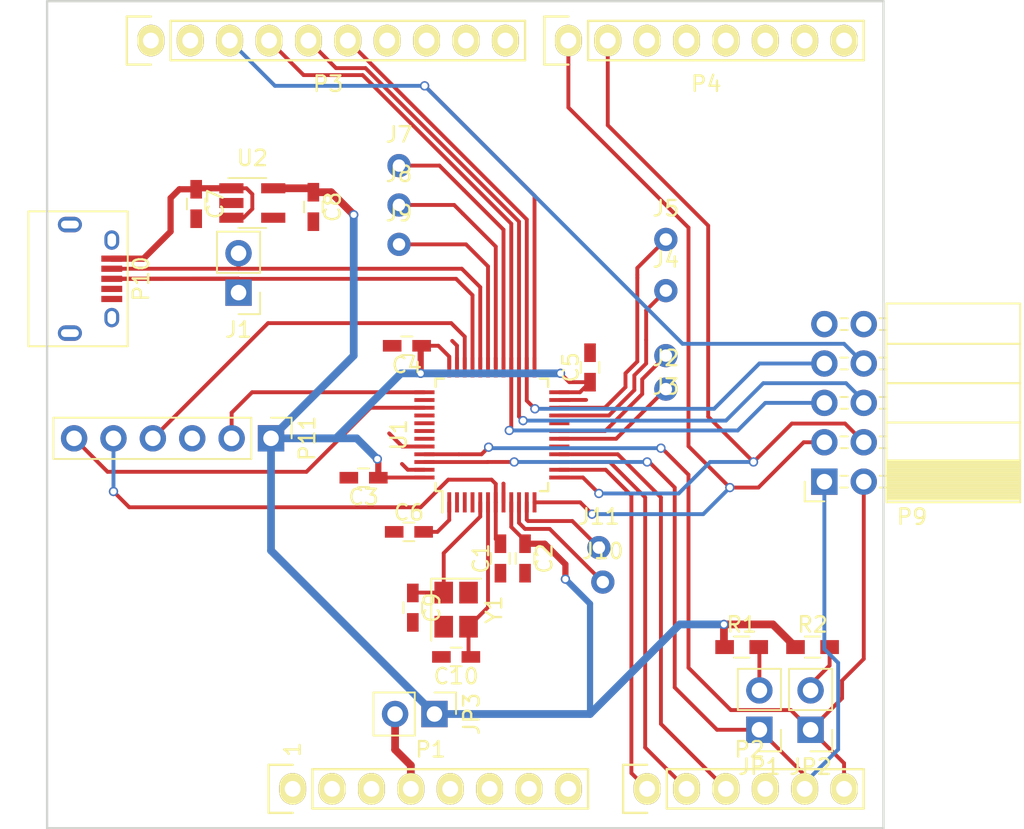
<source format=kicad_pcb>
(kicad_pcb (version 4) (host pcbnew 4.0.6)

  (general
    (links 87)
    (no_connects 24)
    (area 104.572999 72.949999 186.303001 126.440001)
    (thickness 1.6)
    (drawings 5)
    (tracks 288)
    (zones 0)
    (modules 35)
    (nets 37)
  )

  (page A4)
  (title_block
    (title "libopencm3-test hardware")
    (date 2017-10-31)
    (rev 1)
  )

  (layers
    (0 F.Cu signal)
    (31 B.Cu signal)
    (32 B.Adhes user)
    (33 F.Adhes user)
    (34 B.Paste user)
    (35 F.Paste user)
    (36 B.SilkS user)
    (37 F.SilkS user)
    (38 B.Mask user)
    (39 F.Mask user)
    (40 Dwgs.User user)
    (41 Cmts.User user)
    (42 Eco1.User user)
    (43 Eco2.User user)
    (44 Edge.Cuts user)
    (45 Margin user)
    (46 B.CrtYd user)
    (47 F.CrtYd user)
    (48 B.Fab user)
    (49 F.Fab user)
  )

  (setup
    (last_trace_width 0.5)
    (user_trace_width 0.152)
    (user_trace_width 0.25)
    (user_trace_width 0.4)
    (user_trace_width 0.5)
    (user_trace_width 0.75)
    (trace_clearance 0.2)
    (zone_clearance 0.25)
    (zone_45_only yes)
    (trace_min 0.152)
    (segment_width 0.15)
    (edge_width 0.15)
    (via_size 0.6)
    (via_drill 0.4)
    (via_min_size 0.4)
    (via_min_drill 0.3)
    (uvia_size 0.3)
    (uvia_drill 0.1)
    (uvias_allowed no)
    (uvia_min_size 0.2)
    (uvia_min_drill 0.1)
    (pcb_text_width 0.3)
    (pcb_text_size 1.5 1.5)
    (mod_edge_width 0.15)
    (mod_text_size 1 1)
    (mod_text_width 0.15)
    (pad_size 1.2 1.2)
    (pad_drill 0.8001)
    (pad_to_mask_clearance 0)
    (aux_axis_origin 123.1265 126.365)
    (grid_origin 110.998 126.365)
    (visible_elements FFFEFF7F)
    (pcbplotparams
      (layerselection 0x00030_80000001)
      (usegerberextensions false)
      (excludeedgelayer true)
      (linewidth 0.100000)
      (plotframeref false)
      (viasonmask false)
      (mode 1)
      (useauxorigin false)
      (hpglpennumber 1)
      (hpglpenspeed 20)
      (hpglpendiameter 15)
      (hpglpenoverlay 2)
      (psnegative false)
      (psa4output false)
      (plotreference true)
      (plotvalue true)
      (plotinvisibletext false)
      (padsonsilk false)
      (subtractmaskfromsilk false)
      (outputformat 1)
      (mirror false)
      (drillshape 1)
      (scaleselection 1)
      (outputdirectory ""))
  )

  (net 0 "")
  (net 1 +5V)
  (net 2 GND)
  (net 3 +3V3)
  (net 4 /NRST)
  (net 5 /ADC_IN1)
  (net 6 /I2C_SDA)
  (net 7 /I2C_SCL)
  (net 8 /SPI_CS)
  (net 9 /SPI_MOSI)
  (net 10 /SPI_MISO)
  (net 11 /SPI_SCK)
  (net 12 /USB_DM)
  (net 13 /USB_DP)
  (net 14 "Net-(P10-Pad6)")
  (net 15 /SWCLK)
  (net 16 /SWDIO)
  (net 17 /SWO)
  (net 18 /DAC1_OUT)
  (net 19 /DAC2_OUT)
  (net 20 /UART_TX_OUT)
  (net 21 /UART_RX_OUT)
  (net 22 "Net-(JP1-Pad2)")
  (net 23 "Net-(JP2-Pad2)")
  (net 24 /VLCD)
  (net 25 "Net-(C9-Pad1)")
  (net 26 "Net-(C10-Pad1)")
  (net 27 "Net-(JP3-Pad2)")
  (net 28 "Net-(J2-Pad1)")
  (net 29 "Net-(J4-Pad1)")
  (net 30 "Net-(J5-Pad1)")
  (net 31 "Net-(J7-Pad1)")
  (net 32 "Net-(J8-Pad1)")
  (net 33 "Net-(J9-Pad1)")
  (net 34 "Net-(J3-Pad1)")
  (net 35 "Net-(J10-Pad1)")
  (net 36 "Net-(J11-Pad1)")

  (net_class Default "This is the default net class."
    (clearance 0.2)
    (trace_width 0.25)
    (via_dia 0.6)
    (via_drill 0.4)
    (uvia_dia 0.3)
    (uvia_drill 0.1)
    (add_net /ADC_IN1)
    (add_net /DAC1_OUT)
    (add_net /DAC2_OUT)
    (add_net /I2C_SCL)
    (add_net /I2C_SDA)
    (add_net /NRST)
    (add_net /SPI_CS)
    (add_net /SPI_MISO)
    (add_net /SPI_MOSI)
    (add_net /SPI_SCK)
    (add_net /SWCLK)
    (add_net /SWDIO)
    (add_net /SWO)
    (add_net /UART_RX_OUT)
    (add_net /UART_TX_OUT)
    (add_net /USB_DM)
    (add_net /USB_DP)
    (add_net /VLCD)
    (add_net GND)
    (add_net "Net-(C10-Pad1)")
    (add_net "Net-(C9-Pad1)")
    (add_net "Net-(J10-Pad1)")
    (add_net "Net-(J11-Pad1)")
    (add_net "Net-(J2-Pad1)")
    (add_net "Net-(J3-Pad1)")
    (add_net "Net-(J4-Pad1)")
    (add_net "Net-(J5-Pad1)")
    (add_net "Net-(J7-Pad1)")
    (add_net "Net-(J8-Pad1)")
    (add_net "Net-(J9-Pad1)")
    (add_net "Net-(JP1-Pad2)")
    (add_net "Net-(JP2-Pad2)")
    (add_net "Net-(JP3-Pad2)")
    (add_net "Net-(P10-Pad6)")
  )

  (net_class power ""
    (clearance 0.2)
    (trace_width 0.4)
    (via_dia 0.6)
    (via_drill 0.4)
    (uvia_dia 0.3)
    (uvia_drill 0.1)
    (add_net +3V3)
    (add_net +5V)
  )

  (module Socket_Arduino_Uno:Socket_Strip_Arduino_1x08 locked (layer F.Cu) (tedit 552168D2) (tstamp 551AF9EA)
    (at 138.938 123.825)
    (descr "Through hole socket strip")
    (tags "socket strip")
    (path /56D70129)
    (fp_text reference P1 (at 8.89 -2.54) (layer F.SilkS)
      (effects (font (size 1 1) (thickness 0.15)))
    )
    (fp_text value Power (at 8.89 -4.064) (layer F.Fab)
      (effects (font (size 1 1) (thickness 0.15)))
    )
    (fp_line (start -1.75 -1.75) (end -1.75 1.75) (layer F.CrtYd) (width 0.05))
    (fp_line (start 19.55 -1.75) (end 19.55 1.75) (layer F.CrtYd) (width 0.05))
    (fp_line (start -1.75 -1.75) (end 19.55 -1.75) (layer F.CrtYd) (width 0.05))
    (fp_line (start -1.75 1.75) (end 19.55 1.75) (layer F.CrtYd) (width 0.05))
    (fp_line (start 1.27 1.27) (end 19.05 1.27) (layer F.SilkS) (width 0.15))
    (fp_line (start 19.05 1.27) (end 19.05 -1.27) (layer F.SilkS) (width 0.15))
    (fp_line (start 19.05 -1.27) (end 1.27 -1.27) (layer F.SilkS) (width 0.15))
    (fp_line (start -1.55 1.55) (end 0 1.55) (layer F.SilkS) (width 0.15))
    (fp_line (start 1.27 1.27) (end 1.27 -1.27) (layer F.SilkS) (width 0.15))
    (fp_line (start 0 -1.55) (end -1.55 -1.55) (layer F.SilkS) (width 0.15))
    (fp_line (start -1.55 -1.55) (end -1.55 1.55) (layer F.SilkS) (width 0.15))
    (pad 1 thru_hole oval (at 0 0) (size 1.7272 2.032) (drill 1.016) (layers *.Cu *.Mask F.SilkS))
    (pad 2 thru_hole oval (at 2.54 0) (size 1.7272 2.032) (drill 1.016) (layers *.Cu *.Mask F.SilkS))
    (pad 3 thru_hole oval (at 5.08 0) (size 1.7272 2.032) (drill 1.016) (layers *.Cu *.Mask F.SilkS))
    (pad 4 thru_hole oval (at 7.62 0) (size 1.7272 2.032) (drill 1.016) (layers *.Cu *.Mask F.SilkS)
      (net 27 "Net-(JP3-Pad2)"))
    (pad 5 thru_hole oval (at 10.16 0) (size 1.7272 2.032) (drill 1.016) (layers *.Cu *.Mask F.SilkS))
    (pad 6 thru_hole oval (at 12.7 0) (size 1.7272 2.032) (drill 1.016) (layers *.Cu *.Mask F.SilkS)
      (net 2 GND))
    (pad 7 thru_hole oval (at 15.24 0) (size 1.7272 2.032) (drill 1.016) (layers *.Cu *.Mask F.SilkS)
      (net 2 GND))
    (pad 8 thru_hole oval (at 17.78 0) (size 1.7272 2.032) (drill 1.016) (layers *.Cu *.Mask F.SilkS))
    (model ${KIPRJMOD}/Socket_Arduino_Uno.3dshapes/Socket_header_Arduino_1x08.wrl
      (at (xyz 0.35 0 0))
      (scale (xyz 1 1 1))
      (rotate (xyz 0 0 180))
    )
  )

  (module Socket_Arduino_Uno:Socket_Strip_Arduino_1x06 locked (layer F.Cu) (tedit 552168D6) (tstamp 551AF9FF)
    (at 161.798 123.825)
    (descr "Through hole socket strip")
    (tags "socket strip")
    (path /56D70DD8)
    (fp_text reference P2 (at 6.604 -2.54) (layer F.SilkS)
      (effects (font (size 1 1) (thickness 0.15)))
    )
    (fp_text value Analog (at 6.604 -4.064) (layer F.Fab)
      (effects (font (size 1 1) (thickness 0.15)))
    )
    (fp_line (start -1.75 -1.75) (end -1.75 1.75) (layer F.CrtYd) (width 0.05))
    (fp_line (start 14.45 -1.75) (end 14.45 1.75) (layer F.CrtYd) (width 0.05))
    (fp_line (start -1.75 -1.75) (end 14.45 -1.75) (layer F.CrtYd) (width 0.05))
    (fp_line (start -1.75 1.75) (end 14.45 1.75) (layer F.CrtYd) (width 0.05))
    (fp_line (start 1.27 1.27) (end 13.97 1.27) (layer F.SilkS) (width 0.15))
    (fp_line (start 13.97 1.27) (end 13.97 -1.27) (layer F.SilkS) (width 0.15))
    (fp_line (start 13.97 -1.27) (end 1.27 -1.27) (layer F.SilkS) (width 0.15))
    (fp_line (start -1.55 1.55) (end 0 1.55) (layer F.SilkS) (width 0.15))
    (fp_line (start 1.27 1.27) (end 1.27 -1.27) (layer F.SilkS) (width 0.15))
    (fp_line (start 0 -1.55) (end -1.55 -1.55) (layer F.SilkS) (width 0.15))
    (fp_line (start -1.55 -1.55) (end -1.55 1.55) (layer F.SilkS) (width 0.15))
    (pad 1 thru_hole oval (at 0 0) (size 1.7272 2.032) (drill 1.016) (layers *.Cu *.Mask F.SilkS)
      (net 18 /DAC1_OUT))
    (pad 2 thru_hole oval (at 2.54 0) (size 1.7272 2.032) (drill 1.016) (layers *.Cu *.Mask F.SilkS)
      (net 19 /DAC2_OUT))
    (pad 3 thru_hole oval (at 5.08 0) (size 1.7272 2.032) (drill 1.016) (layers *.Cu *.Mask F.SilkS)
      (net 5 /ADC_IN1))
    (pad 4 thru_hole oval (at 7.62 0) (size 1.7272 2.032) (drill 1.016) (layers *.Cu *.Mask F.SilkS))
    (pad 5 thru_hole oval (at 10.16 0) (size 1.7272 2.032) (drill 1.016) (layers *.Cu *.Mask F.SilkS)
      (net 6 /I2C_SDA))
    (pad 6 thru_hole oval (at 12.7 0) (size 1.7272 2.032) (drill 1.016) (layers *.Cu *.Mask F.SilkS)
      (net 7 /I2C_SCL))
    (model ${KIPRJMOD}/Socket_Arduino_Uno.3dshapes/Socket_header_Arduino_1x06.wrl
      (at (xyz 0.25 0 0))
      (scale (xyz 1 1 1))
      (rotate (xyz 0 0 180))
    )
  )

  (module Socket_Arduino_Uno:Socket_Strip_Arduino_1x10 locked (layer F.Cu) (tedit 552168BF) (tstamp 551AFA18)
    (at 129.794 75.565)
    (descr "Through hole socket strip")
    (tags "socket strip")
    (path /56D721E0)
    (fp_text reference P3 (at 11.43 2.794) (layer F.SilkS)
      (effects (font (size 1 1) (thickness 0.15)))
    )
    (fp_text value Digital (at 11.43 4.318) (layer F.Fab)
      (effects (font (size 1 1) (thickness 0.15)))
    )
    (fp_line (start -1.75 -1.75) (end -1.75 1.75) (layer F.CrtYd) (width 0.05))
    (fp_line (start 24.65 -1.75) (end 24.65 1.75) (layer F.CrtYd) (width 0.05))
    (fp_line (start -1.75 -1.75) (end 24.65 -1.75) (layer F.CrtYd) (width 0.05))
    (fp_line (start -1.75 1.75) (end 24.65 1.75) (layer F.CrtYd) (width 0.05))
    (fp_line (start 1.27 1.27) (end 24.13 1.27) (layer F.SilkS) (width 0.15))
    (fp_line (start 24.13 1.27) (end 24.13 -1.27) (layer F.SilkS) (width 0.15))
    (fp_line (start 24.13 -1.27) (end 1.27 -1.27) (layer F.SilkS) (width 0.15))
    (fp_line (start -1.55 1.55) (end 0 1.55) (layer F.SilkS) (width 0.15))
    (fp_line (start 1.27 1.27) (end 1.27 -1.27) (layer F.SilkS) (width 0.15))
    (fp_line (start 0 -1.55) (end -1.55 -1.55) (layer F.SilkS) (width 0.15))
    (fp_line (start -1.55 -1.55) (end -1.55 1.55) (layer F.SilkS) (width 0.15))
    (pad 1 thru_hole oval (at 0 0) (size 1.7272 2.032) (drill 1.016) (layers *.Cu *.Mask F.SilkS))
    (pad 2 thru_hole oval (at 2.54 0) (size 1.7272 2.032) (drill 1.016) (layers *.Cu *.Mask F.SilkS))
    (pad 3 thru_hole oval (at 5.08 0) (size 1.7272 2.032) (drill 1.016) (layers *.Cu *.Mask F.SilkS)
      (net 8 /SPI_CS))
    (pad 4 thru_hole oval (at 7.62 0) (size 1.7272 2.032) (drill 1.016) (layers *.Cu *.Mask F.SilkS)
      (net 9 /SPI_MOSI))
    (pad 5 thru_hole oval (at 10.16 0) (size 1.7272 2.032) (drill 1.016) (layers *.Cu *.Mask F.SilkS)
      (net 10 /SPI_MISO))
    (pad 6 thru_hole oval (at 12.7 0) (size 1.7272 2.032) (drill 1.016) (layers *.Cu *.Mask F.SilkS)
      (net 11 /SPI_SCK))
    (pad 7 thru_hole oval (at 15.24 0) (size 1.7272 2.032) (drill 1.016) (layers *.Cu *.Mask F.SilkS)
      (net 2 GND))
    (pad 8 thru_hole oval (at 17.78 0) (size 1.7272 2.032) (drill 1.016) (layers *.Cu *.Mask F.SilkS))
    (pad 9 thru_hole oval (at 20.32 0) (size 1.7272 2.032) (drill 1.016) (layers *.Cu *.Mask F.SilkS))
    (pad 10 thru_hole oval (at 22.86 0) (size 1.7272 2.032) (drill 1.016) (layers *.Cu *.Mask F.SilkS))
    (model ${KIPRJMOD}/Socket_Arduino_Uno.3dshapes/Socket_header_Arduino_1x10.wrl
      (at (xyz 0.45 0 0))
      (scale (xyz 1 1 1))
      (rotate (xyz 0 0 180))
    )
  )

  (module Socket_Arduino_Uno:Socket_Strip_Arduino_1x08 locked (layer F.Cu) (tedit 552168C7) (tstamp 551AFA2F)
    (at 156.718 75.565)
    (descr "Through hole socket strip")
    (tags "socket strip")
    (path /56D7164F)
    (fp_text reference P4 (at 8.89 2.794) (layer F.SilkS)
      (effects (font (size 1 1) (thickness 0.15)))
    )
    (fp_text value Digital (at 8.89 4.318) (layer F.Fab)
      (effects (font (size 1 1) (thickness 0.15)))
    )
    (fp_line (start -1.75 -1.75) (end -1.75 1.75) (layer F.CrtYd) (width 0.05))
    (fp_line (start 19.55 -1.75) (end 19.55 1.75) (layer F.CrtYd) (width 0.05))
    (fp_line (start -1.75 -1.75) (end 19.55 -1.75) (layer F.CrtYd) (width 0.05))
    (fp_line (start -1.75 1.75) (end 19.55 1.75) (layer F.CrtYd) (width 0.05))
    (fp_line (start 1.27 1.27) (end 19.05 1.27) (layer F.SilkS) (width 0.15))
    (fp_line (start 19.05 1.27) (end 19.05 -1.27) (layer F.SilkS) (width 0.15))
    (fp_line (start 19.05 -1.27) (end 1.27 -1.27) (layer F.SilkS) (width 0.15))
    (fp_line (start -1.55 1.55) (end 0 1.55) (layer F.SilkS) (width 0.15))
    (fp_line (start 1.27 1.27) (end 1.27 -1.27) (layer F.SilkS) (width 0.15))
    (fp_line (start 0 -1.55) (end -1.55 -1.55) (layer F.SilkS) (width 0.15))
    (fp_line (start -1.55 -1.55) (end -1.55 1.55) (layer F.SilkS) (width 0.15))
    (pad 1 thru_hole oval (at 0 0) (size 1.7272 2.032) (drill 1.016) (layers *.Cu *.Mask F.SilkS)
      (net 20 /UART_TX_OUT))
    (pad 2 thru_hole oval (at 2.54 0) (size 1.7272 2.032) (drill 1.016) (layers *.Cu *.Mask F.SilkS)
      (net 21 /UART_RX_OUT))
    (pad 3 thru_hole oval (at 5.08 0) (size 1.7272 2.032) (drill 1.016) (layers *.Cu *.Mask F.SilkS))
    (pad 4 thru_hole oval (at 7.62 0) (size 1.7272 2.032) (drill 1.016) (layers *.Cu *.Mask F.SilkS))
    (pad 5 thru_hole oval (at 10.16 0) (size 1.7272 2.032) (drill 1.016) (layers *.Cu *.Mask F.SilkS))
    (pad 6 thru_hole oval (at 12.7 0) (size 1.7272 2.032) (drill 1.016) (layers *.Cu *.Mask F.SilkS))
    (pad 7 thru_hole oval (at 15.24 0) (size 1.7272 2.032) (drill 1.016) (layers *.Cu *.Mask F.SilkS))
    (pad 8 thru_hole oval (at 17.78 0) (size 1.7272 2.032) (drill 1.016) (layers *.Cu *.Mask F.SilkS))
    (model ${KIPRJMOD}/Socket_Arduino_Uno.3dshapes/Socket_header_Arduino_1x08.wrl
      (at (xyz 0.35 0 0))
      (scale (xyz 1 1 1))
      (rotate (xyz 0 0 180))
    )
  )

  (module Capacitors_SMD:C_0603_HandSoldering (layer F.Cu) (tedit 58AA848B) (tstamp 59F7BF21)
    (at 152.3365 108.966 90)
    (descr "Capacitor SMD 0603, hand soldering")
    (tags "capacitor 0603")
    (path /58CF4B65)
    (attr smd)
    (fp_text reference C1 (at 0 -1.25 90) (layer F.SilkS)
      (effects (font (size 1 1) (thickness 0.15)))
    )
    (fp_text value 100n (at 0 1.5 90) (layer F.Fab)
      (effects (font (size 1 1) (thickness 0.15)))
    )
    (fp_text user %R (at 0 -1.25 90) (layer F.Fab)
      (effects (font (size 1 1) (thickness 0.15)))
    )
    (fp_line (start -0.8 0.4) (end -0.8 -0.4) (layer F.Fab) (width 0.1))
    (fp_line (start 0.8 0.4) (end -0.8 0.4) (layer F.Fab) (width 0.1))
    (fp_line (start 0.8 -0.4) (end 0.8 0.4) (layer F.Fab) (width 0.1))
    (fp_line (start -0.8 -0.4) (end 0.8 -0.4) (layer F.Fab) (width 0.1))
    (fp_line (start -0.35 -0.6) (end 0.35 -0.6) (layer F.SilkS) (width 0.12))
    (fp_line (start 0.35 0.6) (end -0.35 0.6) (layer F.SilkS) (width 0.12))
    (fp_line (start -1.8 -0.65) (end 1.8 -0.65) (layer F.CrtYd) (width 0.05))
    (fp_line (start -1.8 -0.65) (end -1.8 0.65) (layer F.CrtYd) (width 0.05))
    (fp_line (start 1.8 0.65) (end 1.8 -0.65) (layer F.CrtYd) (width 0.05))
    (fp_line (start 1.8 0.65) (end -1.8 0.65) (layer F.CrtYd) (width 0.05))
    (pad 1 smd rect (at -0.95 0 90) (size 1.2 0.75) (layers F.Cu F.Paste F.Mask)
      (net 2 GND))
    (pad 2 smd rect (at 0.95 0 90) (size 1.2 0.75) (layers F.Cu F.Paste F.Mask)
      (net 4 /NRST))
    (model Capacitors_SMD.3dshapes/C_0603.wrl
      (at (xyz 0 0 0))
      (scale (xyz 1 1 1))
      (rotate (xyz 0 0 0))
    )
  )

  (module Capacitors_SMD:C_0603_HandSoldering (layer F.Cu) (tedit 58AA848B) (tstamp 59F7BF27)
    (at 153.924 108.966 270)
    (descr "Capacitor SMD 0603, hand soldering")
    (tags "capacitor 0603")
    (path /58CF43FF)
    (attr smd)
    (fp_text reference C2 (at 0 -1.25 270) (layer F.SilkS)
      (effects (font (size 1 1) (thickness 0.15)))
    )
    (fp_text value 100n (at 0 1.5 270) (layer F.Fab)
      (effects (font (size 1 1) (thickness 0.15)))
    )
    (fp_text user %R (at 0 -1.25 270) (layer F.Fab)
      (effects (font (size 1 1) (thickness 0.15)))
    )
    (fp_line (start -0.8 0.4) (end -0.8 -0.4) (layer F.Fab) (width 0.1))
    (fp_line (start 0.8 0.4) (end -0.8 0.4) (layer F.Fab) (width 0.1))
    (fp_line (start 0.8 -0.4) (end 0.8 0.4) (layer F.Fab) (width 0.1))
    (fp_line (start -0.8 -0.4) (end 0.8 -0.4) (layer F.Fab) (width 0.1))
    (fp_line (start -0.35 -0.6) (end 0.35 -0.6) (layer F.SilkS) (width 0.12))
    (fp_line (start 0.35 0.6) (end -0.35 0.6) (layer F.SilkS) (width 0.12))
    (fp_line (start -1.8 -0.65) (end 1.8 -0.65) (layer F.CrtYd) (width 0.05))
    (fp_line (start -1.8 -0.65) (end -1.8 0.65) (layer F.CrtYd) (width 0.05))
    (fp_line (start 1.8 0.65) (end 1.8 -0.65) (layer F.CrtYd) (width 0.05))
    (fp_line (start 1.8 0.65) (end -1.8 0.65) (layer F.CrtYd) (width 0.05))
    (pad 1 smd rect (at -0.95 0 270) (size 1.2 0.75) (layers F.Cu F.Paste F.Mask)
      (net 3 +3V3))
    (pad 2 smd rect (at 0.95 0 270) (size 1.2 0.75) (layers F.Cu F.Paste F.Mask)
      (net 2 GND))
    (model Capacitors_SMD.3dshapes/C_0603.wrl
      (at (xyz 0 0 0))
      (scale (xyz 1 1 1))
      (rotate (xyz 0 0 0))
    )
  )

  (module Capacitors_SMD:C_0603_HandSoldering (layer F.Cu) (tedit 58AA848B) (tstamp 59F7BF2D)
    (at 143.51 103.759 180)
    (descr "Capacitor SMD 0603, hand soldering")
    (tags "capacitor 0603")
    (path /58CF69A9)
    (attr smd)
    (fp_text reference C3 (at 0 -1.25 180) (layer F.SilkS)
      (effects (font (size 1 1) (thickness 0.15)))
    )
    (fp_text value 100n (at 0 1.5 180) (layer F.Fab)
      (effects (font (size 1 1) (thickness 0.15)))
    )
    (fp_text user %R (at 0 -1.25 180) (layer F.Fab)
      (effects (font (size 1 1) (thickness 0.15)))
    )
    (fp_line (start -0.8 0.4) (end -0.8 -0.4) (layer F.Fab) (width 0.1))
    (fp_line (start 0.8 0.4) (end -0.8 0.4) (layer F.Fab) (width 0.1))
    (fp_line (start 0.8 -0.4) (end 0.8 0.4) (layer F.Fab) (width 0.1))
    (fp_line (start -0.8 -0.4) (end 0.8 -0.4) (layer F.Fab) (width 0.1))
    (fp_line (start -0.35 -0.6) (end 0.35 -0.6) (layer F.SilkS) (width 0.12))
    (fp_line (start 0.35 0.6) (end -0.35 0.6) (layer F.SilkS) (width 0.12))
    (fp_line (start -1.8 -0.65) (end 1.8 -0.65) (layer F.CrtYd) (width 0.05))
    (fp_line (start -1.8 -0.65) (end -1.8 0.65) (layer F.CrtYd) (width 0.05))
    (fp_line (start 1.8 0.65) (end 1.8 -0.65) (layer F.CrtYd) (width 0.05))
    (fp_line (start 1.8 0.65) (end -1.8 0.65) (layer F.CrtYd) (width 0.05))
    (pad 1 smd rect (at -0.95 0 180) (size 1.2 0.75) (layers F.Cu F.Paste F.Mask)
      (net 3 +3V3))
    (pad 2 smd rect (at 0.95 0 180) (size 1.2 0.75) (layers F.Cu F.Paste F.Mask)
      (net 2 GND))
    (model Capacitors_SMD.3dshapes/C_0603.wrl
      (at (xyz 0 0 0))
      (scale (xyz 1 1 1))
      (rotate (xyz 0 0 0))
    )
  )

  (module Capacitors_SMD:C_0603_HandSoldering (layer F.Cu) (tedit 58AA848B) (tstamp 59F7BF33)
    (at 146.304 95.25 180)
    (descr "Capacitor SMD 0603, hand soldering")
    (tags "capacitor 0603")
    (path /58CF69F1)
    (attr smd)
    (fp_text reference C4 (at 0 -1.25 180) (layer F.SilkS)
      (effects (font (size 1 1) (thickness 0.15)))
    )
    (fp_text value 100n (at 0 1.5 180) (layer F.Fab)
      (effects (font (size 1 1) (thickness 0.15)))
    )
    (fp_text user %R (at 0 -1.25 180) (layer F.Fab)
      (effects (font (size 1 1) (thickness 0.15)))
    )
    (fp_line (start -0.8 0.4) (end -0.8 -0.4) (layer F.Fab) (width 0.1))
    (fp_line (start 0.8 0.4) (end -0.8 0.4) (layer F.Fab) (width 0.1))
    (fp_line (start 0.8 -0.4) (end 0.8 0.4) (layer F.Fab) (width 0.1))
    (fp_line (start -0.8 -0.4) (end 0.8 -0.4) (layer F.Fab) (width 0.1))
    (fp_line (start -0.35 -0.6) (end 0.35 -0.6) (layer F.SilkS) (width 0.12))
    (fp_line (start 0.35 0.6) (end -0.35 0.6) (layer F.SilkS) (width 0.12))
    (fp_line (start -1.8 -0.65) (end 1.8 -0.65) (layer F.CrtYd) (width 0.05))
    (fp_line (start -1.8 -0.65) (end -1.8 0.65) (layer F.CrtYd) (width 0.05))
    (fp_line (start 1.8 0.65) (end 1.8 -0.65) (layer F.CrtYd) (width 0.05))
    (fp_line (start 1.8 0.65) (end -1.8 0.65) (layer F.CrtYd) (width 0.05))
    (pad 1 smd rect (at -0.95 0 180) (size 1.2 0.75) (layers F.Cu F.Paste F.Mask)
      (net 3 +3V3))
    (pad 2 smd rect (at 0.95 0 180) (size 1.2 0.75) (layers F.Cu F.Paste F.Mask)
      (net 2 GND))
    (model Capacitors_SMD.3dshapes/C_0603.wrl
      (at (xyz 0 0 0))
      (scale (xyz 1 1 1))
      (rotate (xyz 0 0 0))
    )
  )

  (module Capacitors_SMD:C_0603_HandSoldering (layer F.Cu) (tedit 58AA848B) (tstamp 59F7BF39)
    (at 158.115 96.647 90)
    (descr "Capacitor SMD 0603, hand soldering")
    (tags "capacitor 0603")
    (path /58CF6A3A)
    (attr smd)
    (fp_text reference C5 (at 0 -1.25 90) (layer F.SilkS)
      (effects (font (size 1 1) (thickness 0.15)))
    )
    (fp_text value 100n (at 0 1.5 90) (layer F.Fab)
      (effects (font (size 1 1) (thickness 0.15)))
    )
    (fp_text user %R (at 0 -1.25 90) (layer F.Fab)
      (effects (font (size 1 1) (thickness 0.15)))
    )
    (fp_line (start -0.8 0.4) (end -0.8 -0.4) (layer F.Fab) (width 0.1))
    (fp_line (start 0.8 0.4) (end -0.8 0.4) (layer F.Fab) (width 0.1))
    (fp_line (start 0.8 -0.4) (end 0.8 0.4) (layer F.Fab) (width 0.1))
    (fp_line (start -0.8 -0.4) (end 0.8 -0.4) (layer F.Fab) (width 0.1))
    (fp_line (start -0.35 -0.6) (end 0.35 -0.6) (layer F.SilkS) (width 0.12))
    (fp_line (start 0.35 0.6) (end -0.35 0.6) (layer F.SilkS) (width 0.12))
    (fp_line (start -1.8 -0.65) (end 1.8 -0.65) (layer F.CrtYd) (width 0.05))
    (fp_line (start -1.8 -0.65) (end -1.8 0.65) (layer F.CrtYd) (width 0.05))
    (fp_line (start 1.8 0.65) (end 1.8 -0.65) (layer F.CrtYd) (width 0.05))
    (fp_line (start 1.8 0.65) (end -1.8 0.65) (layer F.CrtYd) (width 0.05))
    (pad 1 smd rect (at -0.95 0 90) (size 1.2 0.75) (layers F.Cu F.Paste F.Mask)
      (net 3 +3V3))
    (pad 2 smd rect (at 0.95 0 90) (size 1.2 0.75) (layers F.Cu F.Paste F.Mask)
      (net 2 GND))
    (model Capacitors_SMD.3dshapes/C_0603.wrl
      (at (xyz 0 0 0))
      (scale (xyz 1 1 1))
      (rotate (xyz 0 0 0))
    )
  )

  (module Connectors:USB_Micro-B (layer F.Cu) (tedit 5543E447) (tstamp 59F7BF54)
    (at 125.9205 90.932 270)
    (descr "Micro USB Type B Receptacle")
    (tags "USB USB_B USB_micro USB_OTG")
    (path /58CF10AD)
    (attr smd)
    (fp_text reference P10 (at 0 -3.24 270) (layer F.SilkS)
      (effects (font (size 1 1) (thickness 0.15)))
    )
    (fp_text value CONTROL (at 0 5.01 270) (layer F.Fab)
      (effects (font (size 1 1) (thickness 0.15)))
    )
    (fp_line (start -4.6 -2.59) (end 4.6 -2.59) (layer F.CrtYd) (width 0.05))
    (fp_line (start 4.6 -2.59) (end 4.6 4.26) (layer F.CrtYd) (width 0.05))
    (fp_line (start 4.6 4.26) (end -4.6 4.26) (layer F.CrtYd) (width 0.05))
    (fp_line (start -4.6 4.26) (end -4.6 -2.59) (layer F.CrtYd) (width 0.05))
    (fp_line (start -4.35 4.03) (end 4.35 4.03) (layer F.SilkS) (width 0.12))
    (fp_line (start -4.35 -2.38) (end 4.35 -2.38) (layer F.SilkS) (width 0.12))
    (fp_line (start 4.35 -2.38) (end 4.35 4.03) (layer F.SilkS) (width 0.12))
    (fp_line (start 4.35 2.8) (end -4.35 2.8) (layer F.SilkS) (width 0.12))
    (fp_line (start -4.35 4.03) (end -4.35 -2.38) (layer F.SilkS) (width 0.12))
    (pad 1 smd rect (at -1.3 -1.35) (size 1.35 0.4) (layers F.Cu F.Paste F.Mask)
      (net 1 +5V))
    (pad 2 smd rect (at -0.65 -1.35) (size 1.35 0.4) (layers F.Cu F.Paste F.Mask)
      (net 12 /USB_DM))
    (pad 3 smd rect (at 0 -1.35) (size 1.35 0.4) (layers F.Cu F.Paste F.Mask)
      (net 13 /USB_DP))
    (pad 4 smd rect (at 0.65 -1.35) (size 1.35 0.4) (layers F.Cu F.Paste F.Mask))
    (pad 5 smd rect (at 1.3 -1.35) (size 1.35 0.4) (layers F.Cu F.Paste F.Mask)
      (net 2 GND))
    (pad 6 thru_hole oval (at -2.5 -1.35) (size 0.95 1.25) (drill oval 0.55 0.85) (layers *.Cu *.Mask)
      (net 14 "Net-(P10-Pad6)"))
    (pad 6 thru_hole oval (at 2.5 -1.35) (size 0.95 1.25) (drill oval 0.55 0.85) (layers *.Cu *.Mask)
      (net 14 "Net-(P10-Pad6)"))
    (pad 6 thru_hole oval (at -3.5 1.35) (size 1.55 1) (drill oval 1.15 0.5) (layers *.Cu *.Mask)
      (net 14 "Net-(P10-Pad6)"))
    (pad 6 thru_hole oval (at 3.5 1.35) (size 1.55 1) (drill oval 1.15 0.5) (layers *.Cu *.Mask)
      (net 14 "Net-(P10-Pad6)"))
  )

  (module Housings_QFP:TQFP-48_7x7mm_Pitch0.5mm (layer F.Cu) (tedit 54130A77) (tstamp 59F7C113)
    (at 151.785 100.997 90)
    (descr "48 LEAD TQFP 7x7mm (see MICREL TQFP7x7-48LD-PL-1.pdf)")
    (tags "QFP 0.5")
    (path /58CEFE92)
    (attr smd)
    (fp_text reference U1 (at 0 -6 90) (layer F.SilkS)
      (effects (font (size 1 1) (thickness 0.15)))
    )
    (fp_text value STM32L151C6TxA (at 0 6 90) (layer F.Fab)
      (effects (font (size 1 1) (thickness 0.15)))
    )
    (fp_text user %R (at 0 0 90) (layer F.Fab)
      (effects (font (size 1 1) (thickness 0.15)))
    )
    (fp_line (start -2.5 -3.5) (end 3.5 -3.5) (layer F.Fab) (width 0.15))
    (fp_line (start 3.5 -3.5) (end 3.5 3.5) (layer F.Fab) (width 0.15))
    (fp_line (start 3.5 3.5) (end -3.5 3.5) (layer F.Fab) (width 0.15))
    (fp_line (start -3.5 3.5) (end -3.5 -2.5) (layer F.Fab) (width 0.15))
    (fp_line (start -3.5 -2.5) (end -2.5 -3.5) (layer F.Fab) (width 0.15))
    (fp_line (start -5.25 -5.25) (end -5.25 5.25) (layer F.CrtYd) (width 0.05))
    (fp_line (start 5.25 -5.25) (end 5.25 5.25) (layer F.CrtYd) (width 0.05))
    (fp_line (start -5.25 -5.25) (end 5.25 -5.25) (layer F.CrtYd) (width 0.05))
    (fp_line (start -5.25 5.25) (end 5.25 5.25) (layer F.CrtYd) (width 0.05))
    (fp_line (start -3.625 -3.625) (end -3.625 -3.2) (layer F.SilkS) (width 0.15))
    (fp_line (start 3.625 -3.625) (end 3.625 -3.1) (layer F.SilkS) (width 0.15))
    (fp_line (start 3.625 3.625) (end 3.625 3.1) (layer F.SilkS) (width 0.15))
    (fp_line (start -3.625 3.625) (end -3.625 3.1) (layer F.SilkS) (width 0.15))
    (fp_line (start -3.625 -3.625) (end -3.1 -3.625) (layer F.SilkS) (width 0.15))
    (fp_line (start -3.625 3.625) (end -3.1 3.625) (layer F.SilkS) (width 0.15))
    (fp_line (start 3.625 3.625) (end 3.1 3.625) (layer F.SilkS) (width 0.15))
    (fp_line (start 3.625 -3.625) (end 3.1 -3.625) (layer F.SilkS) (width 0.15))
    (fp_line (start -3.625 -3.2) (end -5 -3.2) (layer F.SilkS) (width 0.15))
    (pad 1 smd rect (at -4.35 -2.75 90) (size 1.3 0.25) (layers F.Cu F.Paste F.Mask)
      (net 24 /VLCD))
    (pad 2 smd rect (at -4.35 -2.25 90) (size 1.3 0.25) (layers F.Cu F.Paste F.Mask))
    (pad 3 smd rect (at -4.35 -1.75 90) (size 1.3 0.25) (layers F.Cu F.Paste F.Mask))
    (pad 4 smd rect (at -4.35 -1.25 90) (size 1.3 0.25) (layers F.Cu F.Paste F.Mask))
    (pad 5 smd rect (at -4.35 -0.75 90) (size 1.3 0.25) (layers F.Cu F.Paste F.Mask)
      (net 25 "Net-(C9-Pad1)"))
    (pad 6 smd rect (at -4.35 -0.25 90) (size 1.3 0.25) (layers F.Cu F.Paste F.Mask)
      (net 26 "Net-(C10-Pad1)"))
    (pad 7 smd rect (at -4.35 0.25 90) (size 1.3 0.25) (layers F.Cu F.Paste F.Mask)
      (net 4 /NRST))
    (pad 8 smd rect (at -4.35 0.75 90) (size 1.3 0.25) (layers F.Cu F.Paste F.Mask)
      (net 2 GND))
    (pad 9 smd rect (at -4.35 1.25 90) (size 1.3 0.25) (layers F.Cu F.Paste F.Mask)
      (net 3 +3V3))
    (pad 10 smd rect (at -4.35 1.75 90) (size 1.3 0.25) (layers F.Cu F.Paste F.Mask)
      (net 35 "Net-(J10-Pad1)"))
    (pad 11 smd rect (at -4.35 2.25 90) (size 1.3 0.25) (layers F.Cu F.Paste F.Mask)
      (net 36 "Net-(J11-Pad1)"))
    (pad 12 smd rect (at -4.35 2.75 90) (size 1.3 0.25) (layers F.Cu F.Paste F.Mask)
      (net 20 /UART_TX_OUT))
    (pad 13 smd rect (at -2.75 4.35 180) (size 1.3 0.25) (layers F.Cu F.Paste F.Mask)
      (net 21 /UART_RX_OUT))
    (pad 14 smd rect (at -2.25 4.35 180) (size 1.3 0.25) (layers F.Cu F.Paste F.Mask)
      (net 18 /DAC1_OUT))
    (pad 15 smd rect (at -1.75 4.35 180) (size 1.3 0.25) (layers F.Cu F.Paste F.Mask)
      (net 19 /DAC2_OUT))
    (pad 16 smd rect (at -1.25 4.35 180) (size 1.3 0.25) (layers F.Cu F.Paste F.Mask)
      (net 5 /ADC_IN1))
    (pad 17 smd rect (at -0.75 4.35 180) (size 1.3 0.25) (layers F.Cu F.Paste F.Mask))
    (pad 18 smd rect (at -0.25 4.35 180) (size 1.3 0.25) (layers F.Cu F.Paste F.Mask)
      (net 28 "Net-(J2-Pad1)"))
    (pad 19 smd rect (at 0.25 4.35 180) (size 1.3 0.25) (layers F.Cu F.Paste F.Mask)
      (net 34 "Net-(J3-Pad1)"))
    (pad 20 smd rect (at 0.75 4.35 180) (size 1.3 0.25) (layers F.Cu F.Paste F.Mask))
    (pad 21 smd rect (at 1.25 4.35 180) (size 1.3 0.25) (layers F.Cu F.Paste F.Mask)
      (net 29 "Net-(J4-Pad1)"))
    (pad 22 smd rect (at 1.75 4.35 180) (size 1.3 0.25) (layers F.Cu F.Paste F.Mask)
      (net 30 "Net-(J5-Pad1)"))
    (pad 23 smd rect (at 2.25 4.35 180) (size 1.3 0.25) (layers F.Cu F.Paste F.Mask)
      (net 2 GND))
    (pad 24 smd rect (at 2.75 4.35 180) (size 1.3 0.25) (layers F.Cu F.Paste F.Mask)
      (net 3 +3V3))
    (pad 25 smd rect (at 4.35 2.75 90) (size 1.3 0.25) (layers F.Cu F.Paste F.Mask)
      (net 8 /SPI_CS))
    (pad 26 smd rect (at 4.35 2.25 90) (size 1.3 0.25) (layers F.Cu F.Paste F.Mask)
      (net 11 /SPI_SCK))
    (pad 27 smd rect (at 4.35 1.75 90) (size 1.3 0.25) (layers F.Cu F.Paste F.Mask)
      (net 10 /SPI_MISO))
    (pad 28 smd rect (at 4.35 1.25 90) (size 1.3 0.25) (layers F.Cu F.Paste F.Mask)
      (net 9 /SPI_MOSI))
    (pad 29 smd rect (at 4.35 0.75 90) (size 1.3 0.25) (layers F.Cu F.Paste F.Mask)
      (net 31 "Net-(J7-Pad1)"))
    (pad 30 smd rect (at 4.35 0.25 90) (size 1.3 0.25) (layers F.Cu F.Paste F.Mask)
      (net 32 "Net-(J8-Pad1)"))
    (pad 31 smd rect (at 4.35 -0.25 90) (size 1.3 0.25) (layers F.Cu F.Paste F.Mask)
      (net 33 "Net-(J9-Pad1)"))
    (pad 32 smd rect (at 4.35 -0.75 90) (size 1.3 0.25) (layers F.Cu F.Paste F.Mask)
      (net 12 /USB_DM))
    (pad 33 smd rect (at 4.35 -1.25 90) (size 1.3 0.25) (layers F.Cu F.Paste F.Mask)
      (net 13 /USB_DP))
    (pad 34 smd rect (at 4.35 -1.75 90) (size 1.3 0.25) (layers F.Cu F.Paste F.Mask)
      (net 16 /SWDIO))
    (pad 35 smd rect (at 4.35 -2.25 90) (size 1.3 0.25) (layers F.Cu F.Paste F.Mask)
      (net 2 GND))
    (pad 36 smd rect (at 4.35 -2.75 90) (size 1.3 0.25) (layers F.Cu F.Paste F.Mask)
      (net 3 +3V3))
    (pad 37 smd rect (at 2.75 -4.35 180) (size 1.3 0.25) (layers F.Cu F.Paste F.Mask)
      (net 15 /SWCLK))
    (pad 38 smd rect (at 2.25 -4.35 180) (size 1.3 0.25) (layers F.Cu F.Paste F.Mask))
    (pad 39 smd rect (at 1.75 -4.35 180) (size 1.3 0.25) (layers F.Cu F.Paste F.Mask)
      (net 17 /SWO))
    (pad 40 smd rect (at 1.25 -4.35 180) (size 1.3 0.25) (layers F.Cu F.Paste F.Mask))
    (pad 41 smd rect (at 0.75 -4.35 180) (size 1.3 0.25) (layers F.Cu F.Paste F.Mask))
    (pad 42 smd rect (at 0.25 -4.35 180) (size 1.3 0.25) (layers F.Cu F.Paste F.Mask))
    (pad 43 smd rect (at -0.25 -4.35 180) (size 1.3 0.25) (layers F.Cu F.Paste F.Mask))
    (pad 44 smd rect (at -0.75 -4.35 180) (size 1.3 0.25) (layers F.Cu F.Paste F.Mask)
      (net 2 GND))
    (pad 45 smd rect (at -1.25 -4.35 180) (size 1.3 0.25) (layers F.Cu F.Paste F.Mask)
      (net 7 /I2C_SCL))
    (pad 46 smd rect (at -1.75 -4.35 180) (size 1.3 0.25) (layers F.Cu F.Paste F.Mask)
      (net 6 /I2C_SDA))
    (pad 47 smd rect (at -2.25 -4.35 180) (size 1.3 0.25) (layers F.Cu F.Paste F.Mask)
      (net 2 GND))
    (pad 48 smd rect (at -2.75 -4.35 180) (size 1.3 0.25) (layers F.Cu F.Paste F.Mask)
      (net 3 +3V3))
    (model Housings_QFP.3dshapes/TQFP-48_7x7mm_Pitch0.5mm.wrl
      (at (xyz 0 0 0))
      (scale (xyz 1 1 1))
      (rotate (xyz 0 0 0))
    )
  )

  (module Socket_Strips:Socket_Strip_Angled_2x05_Pitch2.54mm (layer F.Cu) (tedit 588DE958) (tstamp 5A0F5F85)
    (at 173.228 104.013 180)
    (descr "Through hole angled socket strip, 2x05, 2.54mm pitch, 8.51mm socket length, double rows")
    (tags "Through hole angled socket strip THT 2x05 2.54mm double row")
    (path /58CF048F)
    (fp_text reference P9 (at -5.65 -2.27 180) (layer F.SilkS)
      (effects (font (size 1 1) (thickness 0.15)))
    )
    (fp_text value FX2LA (at -5.65 12.43 180) (layer F.Fab)
      (effects (font (size 1 1) (thickness 0.15)))
    )
    (fp_line (start -4.06 -1.27) (end -4.06 1.27) (layer F.Fab) (width 0.1))
    (fp_line (start -4.06 1.27) (end -12.57 1.27) (layer F.Fab) (width 0.1))
    (fp_line (start -12.57 1.27) (end -12.57 -1.27) (layer F.Fab) (width 0.1))
    (fp_line (start -12.57 -1.27) (end -4.06 -1.27) (layer F.Fab) (width 0.1))
    (fp_line (start 0 -0.32) (end 0 0.32) (layer F.Fab) (width 0.1))
    (fp_line (start 0 0.32) (end -4.06 0.32) (layer F.Fab) (width 0.1))
    (fp_line (start -4.06 0.32) (end -4.06 -0.32) (layer F.Fab) (width 0.1))
    (fp_line (start -4.06 -0.32) (end 0 -0.32) (layer F.Fab) (width 0.1))
    (fp_line (start -4.06 1.27) (end -4.06 3.81) (layer F.Fab) (width 0.1))
    (fp_line (start -4.06 3.81) (end -12.57 3.81) (layer F.Fab) (width 0.1))
    (fp_line (start -12.57 3.81) (end -12.57 1.27) (layer F.Fab) (width 0.1))
    (fp_line (start -12.57 1.27) (end -4.06 1.27) (layer F.Fab) (width 0.1))
    (fp_line (start 0 2.22) (end 0 2.86) (layer F.Fab) (width 0.1))
    (fp_line (start 0 2.86) (end -4.06 2.86) (layer F.Fab) (width 0.1))
    (fp_line (start -4.06 2.86) (end -4.06 2.22) (layer F.Fab) (width 0.1))
    (fp_line (start -4.06 2.22) (end 0 2.22) (layer F.Fab) (width 0.1))
    (fp_line (start -4.06 3.81) (end -4.06 6.35) (layer F.Fab) (width 0.1))
    (fp_line (start -4.06 6.35) (end -12.57 6.35) (layer F.Fab) (width 0.1))
    (fp_line (start -12.57 6.35) (end -12.57 3.81) (layer F.Fab) (width 0.1))
    (fp_line (start -12.57 3.81) (end -4.06 3.81) (layer F.Fab) (width 0.1))
    (fp_line (start 0 4.76) (end 0 5.4) (layer F.Fab) (width 0.1))
    (fp_line (start 0 5.4) (end -4.06 5.4) (layer F.Fab) (width 0.1))
    (fp_line (start -4.06 5.4) (end -4.06 4.76) (layer F.Fab) (width 0.1))
    (fp_line (start -4.06 4.76) (end 0 4.76) (layer F.Fab) (width 0.1))
    (fp_line (start -4.06 6.35) (end -4.06 8.89) (layer F.Fab) (width 0.1))
    (fp_line (start -4.06 8.89) (end -12.57 8.89) (layer F.Fab) (width 0.1))
    (fp_line (start -12.57 8.89) (end -12.57 6.35) (layer F.Fab) (width 0.1))
    (fp_line (start -12.57 6.35) (end -4.06 6.35) (layer F.Fab) (width 0.1))
    (fp_line (start 0 7.3) (end 0 7.94) (layer F.Fab) (width 0.1))
    (fp_line (start 0 7.94) (end -4.06 7.94) (layer F.Fab) (width 0.1))
    (fp_line (start -4.06 7.94) (end -4.06 7.3) (layer F.Fab) (width 0.1))
    (fp_line (start -4.06 7.3) (end 0 7.3) (layer F.Fab) (width 0.1))
    (fp_line (start -4.06 8.89) (end -4.06 11.43) (layer F.Fab) (width 0.1))
    (fp_line (start -4.06 11.43) (end -12.57 11.43) (layer F.Fab) (width 0.1))
    (fp_line (start -12.57 11.43) (end -12.57 8.89) (layer F.Fab) (width 0.1))
    (fp_line (start -12.57 8.89) (end -4.06 8.89) (layer F.Fab) (width 0.1))
    (fp_line (start 0 9.84) (end 0 10.48) (layer F.Fab) (width 0.1))
    (fp_line (start 0 10.48) (end -4.06 10.48) (layer F.Fab) (width 0.1))
    (fp_line (start -4.06 10.48) (end -4.06 9.84) (layer F.Fab) (width 0.1))
    (fp_line (start -4.06 9.84) (end 0 9.84) (layer F.Fab) (width 0.1))
    (fp_line (start -4 -1.33) (end -4 1.27) (layer F.SilkS) (width 0.12))
    (fp_line (start -4 1.27) (end -12.63 1.27) (layer F.SilkS) (width 0.12))
    (fp_line (start -12.63 1.27) (end -12.63 -1.33) (layer F.SilkS) (width 0.12))
    (fp_line (start -12.63 -1.33) (end -4 -1.33) (layer F.SilkS) (width 0.12))
    (fp_line (start -3.57 -0.38) (end -4 -0.38) (layer F.SilkS) (width 0.12))
    (fp_line (start -3.57 0.38) (end -4 0.38) (layer F.SilkS) (width 0.12))
    (fp_line (start -1.03 -0.38) (end -1.51 -0.38) (layer F.SilkS) (width 0.12))
    (fp_line (start -1.03 0.38) (end -1.51 0.38) (layer F.SilkS) (width 0.12))
    (fp_line (start -4 -1.15) (end -12.63 -1.15) (layer F.SilkS) (width 0.12))
    (fp_line (start -4 -1.03) (end -12.63 -1.03) (layer F.SilkS) (width 0.12))
    (fp_line (start -4 -0.91) (end -12.63 -0.91) (layer F.SilkS) (width 0.12))
    (fp_line (start -4 -0.79) (end -12.63 -0.79) (layer F.SilkS) (width 0.12))
    (fp_line (start -4 -0.67) (end -12.63 -0.67) (layer F.SilkS) (width 0.12))
    (fp_line (start -4 -0.55) (end -12.63 -0.55) (layer F.SilkS) (width 0.12))
    (fp_line (start -4 -0.43) (end -12.63 -0.43) (layer F.SilkS) (width 0.12))
    (fp_line (start -4 -0.31) (end -12.63 -0.31) (layer F.SilkS) (width 0.12))
    (fp_line (start -4 -0.19) (end -12.63 -0.19) (layer F.SilkS) (width 0.12))
    (fp_line (start -4 -0.07) (end -12.63 -0.07) (layer F.SilkS) (width 0.12))
    (fp_line (start -4 0.05) (end -12.63 0.05) (layer F.SilkS) (width 0.12))
    (fp_line (start -4 0.17) (end -12.63 0.17) (layer F.SilkS) (width 0.12))
    (fp_line (start -4 0.29) (end -12.63 0.29) (layer F.SilkS) (width 0.12))
    (fp_line (start -4 0.41) (end -12.63 0.41) (layer F.SilkS) (width 0.12))
    (fp_line (start -4 0.53) (end -12.63 0.53) (layer F.SilkS) (width 0.12))
    (fp_line (start -4 0.65) (end -12.63 0.65) (layer F.SilkS) (width 0.12))
    (fp_line (start -4 0.77) (end -12.63 0.77) (layer F.SilkS) (width 0.12))
    (fp_line (start -4 0.89) (end -12.63 0.89) (layer F.SilkS) (width 0.12))
    (fp_line (start -4 1.01) (end -12.63 1.01) (layer F.SilkS) (width 0.12))
    (fp_line (start -4 1.13) (end -12.63 1.13) (layer F.SilkS) (width 0.12))
    (fp_line (start -4 1.25) (end -12.63 1.25) (layer F.SilkS) (width 0.12))
    (fp_line (start -4 1.37) (end -12.63 1.37) (layer F.SilkS) (width 0.12))
    (fp_line (start -4 1.27) (end -4 3.81) (layer F.SilkS) (width 0.12))
    (fp_line (start -4 3.81) (end -12.63 3.81) (layer F.SilkS) (width 0.12))
    (fp_line (start -12.63 3.81) (end -12.63 1.27) (layer F.SilkS) (width 0.12))
    (fp_line (start -12.63 1.27) (end -4 1.27) (layer F.SilkS) (width 0.12))
    (fp_line (start -3.57 2.16) (end -4 2.16) (layer F.SilkS) (width 0.12))
    (fp_line (start -3.57 2.92) (end -4 2.92) (layer F.SilkS) (width 0.12))
    (fp_line (start -1.03 2.16) (end -1.51 2.16) (layer F.SilkS) (width 0.12))
    (fp_line (start -1.03 2.92) (end -1.51 2.92) (layer F.SilkS) (width 0.12))
    (fp_line (start -4 3.81) (end -4 6.35) (layer F.SilkS) (width 0.12))
    (fp_line (start -4 6.35) (end -12.63 6.35) (layer F.SilkS) (width 0.12))
    (fp_line (start -12.63 6.35) (end -12.63 3.81) (layer F.SilkS) (width 0.12))
    (fp_line (start -12.63 3.81) (end -4 3.81) (layer F.SilkS) (width 0.12))
    (fp_line (start -3.57 4.7) (end -4 4.7) (layer F.SilkS) (width 0.12))
    (fp_line (start -3.57 5.46) (end -4 5.46) (layer F.SilkS) (width 0.12))
    (fp_line (start -1.03 4.7) (end -1.51 4.7) (layer F.SilkS) (width 0.12))
    (fp_line (start -1.03 5.46) (end -1.51 5.46) (layer F.SilkS) (width 0.12))
    (fp_line (start -4 6.35) (end -4 8.89) (layer F.SilkS) (width 0.12))
    (fp_line (start -4 8.89) (end -12.63 8.89) (layer F.SilkS) (width 0.12))
    (fp_line (start -12.63 8.89) (end -12.63 6.35) (layer F.SilkS) (width 0.12))
    (fp_line (start -12.63 6.35) (end -4 6.35) (layer F.SilkS) (width 0.12))
    (fp_line (start -3.57 7.24) (end -4 7.24) (layer F.SilkS) (width 0.12))
    (fp_line (start -3.57 8) (end -4 8) (layer F.SilkS) (width 0.12))
    (fp_line (start -1.03 7.24) (end -1.51 7.24) (layer F.SilkS) (width 0.12))
    (fp_line (start -1.03 8) (end -1.51 8) (layer F.SilkS) (width 0.12))
    (fp_line (start -4 8.89) (end -4 11.49) (layer F.SilkS) (width 0.12))
    (fp_line (start -4 11.49) (end -12.63 11.49) (layer F.SilkS) (width 0.12))
    (fp_line (start -12.63 11.49) (end -12.63 8.89) (layer F.SilkS) (width 0.12))
    (fp_line (start -12.63 8.89) (end -4 8.89) (layer F.SilkS) (width 0.12))
    (fp_line (start -3.57 9.78) (end -4 9.78) (layer F.SilkS) (width 0.12))
    (fp_line (start -3.57 10.54) (end -4 10.54) (layer F.SilkS) (width 0.12))
    (fp_line (start -1.03 9.78) (end -1.51 9.78) (layer F.SilkS) (width 0.12))
    (fp_line (start -1.03 10.54) (end -1.51 10.54) (layer F.SilkS) (width 0.12))
    (fp_line (start 0 -1.27) (end 1.27 -1.27) (layer F.SilkS) (width 0.12))
    (fp_line (start 1.27 -1.27) (end 1.27 0) (layer F.SilkS) (width 0.12))
    (fp_line (start 1.55 -1.55) (end 1.55 11.7) (layer F.CrtYd) (width 0.05))
    (fp_line (start 1.55 11.7) (end -12.85 11.7) (layer F.CrtYd) (width 0.05))
    (fp_line (start -12.85 11.7) (end -12.85 -1.55) (layer F.CrtYd) (width 0.05))
    (fp_line (start -12.85 -1.55) (end 1.55 -1.55) (layer F.CrtYd) (width 0.05))
    (pad 1 thru_hole rect (at 0 0 180) (size 1.7 1.7) (drill 1) (layers *.Cu *.Mask)
      (net 6 /I2C_SDA))
    (pad 2 thru_hole oval (at -2.54 0 180) (size 1.7 1.7) (drill 1) (layers *.Cu *.Mask)
      (net 7 /I2C_SCL))
    (pad 3 thru_hole oval (at 0 2.54 180) (size 1.7 1.7) (drill 1) (layers *.Cu *.Mask)
      (net 20 /UART_TX_OUT))
    (pad 4 thru_hole oval (at -2.54 2.54 180) (size 1.7 1.7) (drill 1) (layers *.Cu *.Mask)
      (net 21 /UART_RX_OUT))
    (pad 5 thru_hole oval (at 0 5.08 180) (size 1.7 1.7) (drill 1) (layers *.Cu *.Mask)
      (net 9 /SPI_MOSI))
    (pad 6 thru_hole oval (at -2.54 5.08 180) (size 1.7 1.7) (drill 1) (layers *.Cu *.Mask)
      (net 10 /SPI_MISO))
    (pad 7 thru_hole oval (at 0 7.62 180) (size 1.7 1.7) (drill 1) (layers *.Cu *.Mask)
      (net 11 /SPI_SCK))
    (pad 8 thru_hole oval (at -2.54 7.62 180) (size 1.7 1.7) (drill 1) (layers *.Cu *.Mask)
      (net 8 /SPI_CS))
    (pad 9 thru_hole oval (at 0 10.16 180) (size 1.7 1.7) (drill 1) (layers *.Cu *.Mask))
    (pad 10 thru_hole oval (at -2.54 10.16 180) (size 1.7 1.7) (drill 1) (layers *.Cu *.Mask)
      (net 2 GND))
    (model Socket_Strips.3dshapes/Socket_Strip_Angled_2x05_Pitch2.54mm.wrl
      (at (xyz -0.05 -0.2 0))
      (scale (xyz 1 1 1))
      (rotate (xyz 0 0 270))
    )
  )

  (module TO_SOT_Packages_SMD:SOT-23-5_HandSoldering (layer F.Cu) (tedit 583F3A3F) (tstamp 5A0F5F92)
    (at 136.3345 86.0425)
    (descr "5-pin SOT23 package")
    (tags "SOT-23-5 hand-soldering")
    (path /59F7B611)
    (attr smd)
    (fp_text reference U2 (at 0 -2.9) (layer F.SilkS)
      (effects (font (size 1 1) (thickness 0.15)))
    )
    (fp_text value MIC550x-3.3YM5 (at 0 2.9) (layer F.Fab)
      (effects (font (size 1 1) (thickness 0.15)))
    )
    (fp_line (start -0.9 1.61) (end 0.9 1.61) (layer F.SilkS) (width 0.12))
    (fp_line (start 0.9 -1.61) (end -1.55 -1.61) (layer F.SilkS) (width 0.12))
    (fp_line (start -0.9 -0.9) (end -0.25 -1.55) (layer F.Fab) (width 0.1))
    (fp_line (start 0.9 -1.55) (end -0.25 -1.55) (layer F.Fab) (width 0.1))
    (fp_line (start -0.9 -0.9) (end -0.9 1.55) (layer F.Fab) (width 0.1))
    (fp_line (start 0.9 1.55) (end -0.9 1.55) (layer F.Fab) (width 0.1))
    (fp_line (start 0.9 -1.55) (end 0.9 1.55) (layer F.Fab) (width 0.1))
    (fp_line (start -2.38 -1.8) (end 2.38 -1.8) (layer F.CrtYd) (width 0.05))
    (fp_line (start -2.38 -1.8) (end -2.38 1.8) (layer F.CrtYd) (width 0.05))
    (fp_line (start 2.38 1.8) (end 2.38 -1.8) (layer F.CrtYd) (width 0.05))
    (fp_line (start 2.38 1.8) (end -2.38 1.8) (layer F.CrtYd) (width 0.05))
    (pad 1 smd rect (at -1.35 -0.95) (size 1.56 0.65) (layers F.Cu F.Paste F.Mask)
      (net 1 +5V))
    (pad 2 smd rect (at -1.35 0) (size 1.56 0.65) (layers F.Cu F.Paste F.Mask)
      (net 2 GND))
    (pad 3 smd rect (at -1.35 0.95) (size 1.56 0.65) (layers F.Cu F.Paste F.Mask)
      (net 1 +5V))
    (pad 4 smd rect (at 1.35 0.95) (size 1.56 0.65) (layers F.Cu F.Paste F.Mask))
    (pad 5 smd rect (at 1.35 -0.95) (size 1.56 0.65) (layers F.Cu F.Paste F.Mask)
      (net 3 +3V3))
    (model TO_SOT_Packages_SMD.3dshapes\SOT-23-5.wrl
      (at (xyz 0 0 0))
      (scale (xyz 1 1 1))
      (rotate (xyz 0 0 0))
    )
  )

  (module Resistors_SMD:R_0603_HandSoldering (layer F.Cu) (tedit 58AAD9E8) (tstamp 5A0F62A3)
    (at 167.894 114.681)
    (descr "Resistor SMD 0603, hand soldering")
    (tags "resistor 0603")
    (path /5A0F8D14)
    (attr smd)
    (fp_text reference R1 (at 0 -1.45) (layer F.SilkS)
      (effects (font (size 1 1) (thickness 0.15)))
    )
    (fp_text value 4k7 (at 0 1.55) (layer F.Fab)
      (effects (font (size 1 1) (thickness 0.15)))
    )
    (fp_text user %R (at 0 -1.45) (layer F.Fab)
      (effects (font (size 1 1) (thickness 0.15)))
    )
    (fp_line (start -0.8 0.4) (end -0.8 -0.4) (layer F.Fab) (width 0.1))
    (fp_line (start 0.8 0.4) (end -0.8 0.4) (layer F.Fab) (width 0.1))
    (fp_line (start 0.8 -0.4) (end 0.8 0.4) (layer F.Fab) (width 0.1))
    (fp_line (start -0.8 -0.4) (end 0.8 -0.4) (layer F.Fab) (width 0.1))
    (fp_line (start 0.5 0.68) (end -0.5 0.68) (layer F.SilkS) (width 0.12))
    (fp_line (start -0.5 -0.68) (end 0.5 -0.68) (layer F.SilkS) (width 0.12))
    (fp_line (start -1.96 -0.7) (end 1.95 -0.7) (layer F.CrtYd) (width 0.05))
    (fp_line (start -1.96 -0.7) (end -1.96 0.7) (layer F.CrtYd) (width 0.05))
    (fp_line (start 1.95 0.7) (end 1.95 -0.7) (layer F.CrtYd) (width 0.05))
    (fp_line (start 1.95 0.7) (end -1.96 0.7) (layer F.CrtYd) (width 0.05))
    (pad 1 smd rect (at -1.1 0) (size 1.2 0.9) (layers F.Cu F.Paste F.Mask)
      (net 3 +3V3))
    (pad 2 smd rect (at 1.1 0) (size 1.2 0.9) (layers F.Cu F.Paste F.Mask)
      (net 22 "Net-(JP1-Pad2)"))
    (model Resistors_SMD.3dshapes/R_0603.wrl
      (at (xyz 0 0 0))
      (scale (xyz 1 1 1))
      (rotate (xyz 0 0 0))
    )
  )

  (module Resistors_SMD:R_0603_HandSoldering (layer F.Cu) (tedit 58AAD9E8) (tstamp 5A0F62A9)
    (at 172.466 114.681)
    (descr "Resistor SMD 0603, hand soldering")
    (tags "resistor 0603")
    (path /5A0F8EF5)
    (attr smd)
    (fp_text reference R2 (at 0 -1.45) (layer F.SilkS)
      (effects (font (size 1 1) (thickness 0.15)))
    )
    (fp_text value 4k7 (at 0 1.55) (layer F.Fab)
      (effects (font (size 1 1) (thickness 0.15)))
    )
    (fp_text user %R (at 0 -1.45) (layer F.Fab)
      (effects (font (size 1 1) (thickness 0.15)))
    )
    (fp_line (start -0.8 0.4) (end -0.8 -0.4) (layer F.Fab) (width 0.1))
    (fp_line (start 0.8 0.4) (end -0.8 0.4) (layer F.Fab) (width 0.1))
    (fp_line (start 0.8 -0.4) (end 0.8 0.4) (layer F.Fab) (width 0.1))
    (fp_line (start -0.8 -0.4) (end 0.8 -0.4) (layer F.Fab) (width 0.1))
    (fp_line (start 0.5 0.68) (end -0.5 0.68) (layer F.SilkS) (width 0.12))
    (fp_line (start -0.5 -0.68) (end 0.5 -0.68) (layer F.SilkS) (width 0.12))
    (fp_line (start -1.96 -0.7) (end 1.95 -0.7) (layer F.CrtYd) (width 0.05))
    (fp_line (start -1.96 -0.7) (end -1.96 0.7) (layer F.CrtYd) (width 0.05))
    (fp_line (start 1.95 0.7) (end 1.95 -0.7) (layer F.CrtYd) (width 0.05))
    (fp_line (start 1.95 0.7) (end -1.96 0.7) (layer F.CrtYd) (width 0.05))
    (pad 1 smd rect (at -1.1 0) (size 1.2 0.9) (layers F.Cu F.Paste F.Mask)
      (net 3 +3V3))
    (pad 2 smd rect (at 1.1 0) (size 1.2 0.9) (layers F.Cu F.Paste F.Mask)
      (net 23 "Net-(JP2-Pad2)"))
    (model Resistors_SMD.3dshapes/R_0603.wrl
      (at (xyz 0 0 0))
      (scale (xyz 1 1 1))
      (rotate (xyz 0 0 0))
    )
  )

  (module Capacitors_SMD:C_0603_HandSoldering (layer F.Cu) (tedit 58AA848B) (tstamp 5A0F67DC)
    (at 146.4335 107.2515)
    (descr "Capacitor SMD 0603, hand soldering")
    (tags "capacitor 0603")
    (path /5A0FB867)
    (attr smd)
    (fp_text reference C6 (at 0 -1.25) (layer F.SilkS)
      (effects (font (size 1 1) (thickness 0.15)))
    )
    (fp_text value 100n (at 0 1.5) (layer F.Fab)
      (effects (font (size 1 1) (thickness 0.15)))
    )
    (fp_text user %R (at 0 -1.25) (layer F.Fab)
      (effects (font (size 1 1) (thickness 0.15)))
    )
    (fp_line (start -0.8 0.4) (end -0.8 -0.4) (layer F.Fab) (width 0.1))
    (fp_line (start 0.8 0.4) (end -0.8 0.4) (layer F.Fab) (width 0.1))
    (fp_line (start 0.8 -0.4) (end 0.8 0.4) (layer F.Fab) (width 0.1))
    (fp_line (start -0.8 -0.4) (end 0.8 -0.4) (layer F.Fab) (width 0.1))
    (fp_line (start -0.35 -0.6) (end 0.35 -0.6) (layer F.SilkS) (width 0.12))
    (fp_line (start 0.35 0.6) (end -0.35 0.6) (layer F.SilkS) (width 0.12))
    (fp_line (start -1.8 -0.65) (end 1.8 -0.65) (layer F.CrtYd) (width 0.05))
    (fp_line (start -1.8 -0.65) (end -1.8 0.65) (layer F.CrtYd) (width 0.05))
    (fp_line (start 1.8 0.65) (end 1.8 -0.65) (layer F.CrtYd) (width 0.05))
    (fp_line (start 1.8 0.65) (end -1.8 0.65) (layer F.CrtYd) (width 0.05))
    (pad 1 smd rect (at -0.95 0) (size 1.2 0.75) (layers F.Cu F.Paste F.Mask)
      (net 2 GND))
    (pad 2 smd rect (at 0.95 0) (size 1.2 0.75) (layers F.Cu F.Paste F.Mask)
      (net 24 /VLCD))
    (model Capacitors_SMD.3dshapes/C_0603.wrl
      (at (xyz 0 0 0))
      (scale (xyz 1 1 1))
      (rotate (xyz 0 0 0))
    )
  )

  (module Capacitors_SMD:C_0603_HandSoldering (layer F.Cu) (tedit 58AA848B) (tstamp 5A0F6D33)
    (at 132.715 86.106 270)
    (descr "Capacitor SMD 0603, hand soldering")
    (tags "capacitor 0603")
    (path /5A0FC76D)
    (attr smd)
    (fp_text reference C7 (at 0 -1.25 270) (layer F.SilkS)
      (effects (font (size 1 1) (thickness 0.15)))
    )
    (fp_text value 1u (at 0 1.5 270) (layer F.Fab)
      (effects (font (size 1 1) (thickness 0.15)))
    )
    (fp_text user %R (at 0 -1.25 270) (layer F.Fab)
      (effects (font (size 1 1) (thickness 0.15)))
    )
    (fp_line (start -0.8 0.4) (end -0.8 -0.4) (layer F.Fab) (width 0.1))
    (fp_line (start 0.8 0.4) (end -0.8 0.4) (layer F.Fab) (width 0.1))
    (fp_line (start 0.8 -0.4) (end 0.8 0.4) (layer F.Fab) (width 0.1))
    (fp_line (start -0.8 -0.4) (end 0.8 -0.4) (layer F.Fab) (width 0.1))
    (fp_line (start -0.35 -0.6) (end 0.35 -0.6) (layer F.SilkS) (width 0.12))
    (fp_line (start 0.35 0.6) (end -0.35 0.6) (layer F.SilkS) (width 0.12))
    (fp_line (start -1.8 -0.65) (end 1.8 -0.65) (layer F.CrtYd) (width 0.05))
    (fp_line (start -1.8 -0.65) (end -1.8 0.65) (layer F.CrtYd) (width 0.05))
    (fp_line (start 1.8 0.65) (end 1.8 -0.65) (layer F.CrtYd) (width 0.05))
    (fp_line (start 1.8 0.65) (end -1.8 0.65) (layer F.CrtYd) (width 0.05))
    (pad 1 smd rect (at -0.95 0 270) (size 1.2 0.75) (layers F.Cu F.Paste F.Mask)
      (net 1 +5V))
    (pad 2 smd rect (at 0.95 0 270) (size 1.2 0.75) (layers F.Cu F.Paste F.Mask)
      (net 2 GND))
    (model Capacitors_SMD.3dshapes/C_0603.wrl
      (at (xyz 0 0 0))
      (scale (xyz 1 1 1))
      (rotate (xyz 0 0 0))
    )
  )

  (module Capacitors_SMD:C_0603_HandSoldering (layer F.Cu) (tedit 58AA848B) (tstamp 5A0F6D39)
    (at 140.2715 86.2965 270)
    (descr "Capacitor SMD 0603, hand soldering")
    (tags "capacitor 0603")
    (path /5A0FC660)
    (attr smd)
    (fp_text reference C8 (at 0 -1.25 270) (layer F.SilkS)
      (effects (font (size 1 1) (thickness 0.15)))
    )
    (fp_text value 1u (at 0 1.5 270) (layer F.Fab)
      (effects (font (size 1 1) (thickness 0.15)))
    )
    (fp_text user %R (at 0 -1.25 270) (layer F.Fab)
      (effects (font (size 1 1) (thickness 0.15)))
    )
    (fp_line (start -0.8 0.4) (end -0.8 -0.4) (layer F.Fab) (width 0.1))
    (fp_line (start 0.8 0.4) (end -0.8 0.4) (layer F.Fab) (width 0.1))
    (fp_line (start 0.8 -0.4) (end 0.8 0.4) (layer F.Fab) (width 0.1))
    (fp_line (start -0.8 -0.4) (end 0.8 -0.4) (layer F.Fab) (width 0.1))
    (fp_line (start -0.35 -0.6) (end 0.35 -0.6) (layer F.SilkS) (width 0.12))
    (fp_line (start 0.35 0.6) (end -0.35 0.6) (layer F.SilkS) (width 0.12))
    (fp_line (start -1.8 -0.65) (end 1.8 -0.65) (layer F.CrtYd) (width 0.05))
    (fp_line (start -1.8 -0.65) (end -1.8 0.65) (layer F.CrtYd) (width 0.05))
    (fp_line (start 1.8 0.65) (end 1.8 -0.65) (layer F.CrtYd) (width 0.05))
    (fp_line (start 1.8 0.65) (end -1.8 0.65) (layer F.CrtYd) (width 0.05))
    (pad 1 smd rect (at -0.95 0 270) (size 1.2 0.75) (layers F.Cu F.Paste F.Mask)
      (net 3 +3V3))
    (pad 2 smd rect (at 0.95 0 270) (size 1.2 0.75) (layers F.Cu F.Paste F.Mask)
      (net 2 GND))
    (model Capacitors_SMD.3dshapes/C_0603.wrl
      (at (xyz 0 0 0))
      (scale (xyz 1 1 1))
      (rotate (xyz 0 0 0))
    )
  )

  (module Capacitors_SMD:C_0603_HandSoldering (layer F.Cu) (tedit 58AA848B) (tstamp 5A1B1F86)
    (at 146.685 112.141 270)
    (descr "Capacitor SMD 0603, hand soldering")
    (tags "capacitor 0603")
    (path /5A137455)
    (attr smd)
    (fp_text reference C9 (at 0 -1.25 270) (layer F.SilkS)
      (effects (font (size 1 1) (thickness 0.15)))
    )
    (fp_text value 18pf (at 0 1.5 270) (layer F.Fab)
      (effects (font (size 1 1) (thickness 0.15)))
    )
    (fp_text user %R (at 0 -1.25 270) (layer F.Fab)
      (effects (font (size 1 1) (thickness 0.15)))
    )
    (fp_line (start -0.8 0.4) (end -0.8 -0.4) (layer F.Fab) (width 0.1))
    (fp_line (start 0.8 0.4) (end -0.8 0.4) (layer F.Fab) (width 0.1))
    (fp_line (start 0.8 -0.4) (end 0.8 0.4) (layer F.Fab) (width 0.1))
    (fp_line (start -0.8 -0.4) (end 0.8 -0.4) (layer F.Fab) (width 0.1))
    (fp_line (start -0.35 -0.6) (end 0.35 -0.6) (layer F.SilkS) (width 0.12))
    (fp_line (start 0.35 0.6) (end -0.35 0.6) (layer F.SilkS) (width 0.12))
    (fp_line (start -1.8 -0.65) (end 1.8 -0.65) (layer F.CrtYd) (width 0.05))
    (fp_line (start -1.8 -0.65) (end -1.8 0.65) (layer F.CrtYd) (width 0.05))
    (fp_line (start 1.8 0.65) (end 1.8 -0.65) (layer F.CrtYd) (width 0.05))
    (fp_line (start 1.8 0.65) (end -1.8 0.65) (layer F.CrtYd) (width 0.05))
    (pad 1 smd rect (at -0.95 0 270) (size 1.2 0.75) (layers F.Cu F.Paste F.Mask)
      (net 25 "Net-(C9-Pad1)"))
    (pad 2 smd rect (at 0.95 0 270) (size 1.2 0.75) (layers F.Cu F.Paste F.Mask)
      (net 2 GND))
    (model Capacitors_SMD.3dshapes/C_0603.wrl
      (at (xyz 0 0 0))
      (scale (xyz 1 1 1))
      (rotate (xyz 0 0 0))
    )
  )

  (module Capacitors_SMD:C_0603_HandSoldering (layer F.Cu) (tedit 58AA848B) (tstamp 5A1B1F8C)
    (at 149.479 115.316 180)
    (descr "Capacitor SMD 0603, hand soldering")
    (tags "capacitor 0603")
    (path /5A1373B8)
    (attr smd)
    (fp_text reference C10 (at 0 -1.25 180) (layer F.SilkS)
      (effects (font (size 1 1) (thickness 0.15)))
    )
    (fp_text value 18pf (at 0 1.5 180) (layer F.Fab)
      (effects (font (size 1 1) (thickness 0.15)))
    )
    (fp_text user %R (at 0 -1.25 180) (layer F.Fab)
      (effects (font (size 1 1) (thickness 0.15)))
    )
    (fp_line (start -0.8 0.4) (end -0.8 -0.4) (layer F.Fab) (width 0.1))
    (fp_line (start 0.8 0.4) (end -0.8 0.4) (layer F.Fab) (width 0.1))
    (fp_line (start 0.8 -0.4) (end 0.8 0.4) (layer F.Fab) (width 0.1))
    (fp_line (start -0.8 -0.4) (end 0.8 -0.4) (layer F.Fab) (width 0.1))
    (fp_line (start -0.35 -0.6) (end 0.35 -0.6) (layer F.SilkS) (width 0.12))
    (fp_line (start 0.35 0.6) (end -0.35 0.6) (layer F.SilkS) (width 0.12))
    (fp_line (start -1.8 -0.65) (end 1.8 -0.65) (layer F.CrtYd) (width 0.05))
    (fp_line (start -1.8 -0.65) (end -1.8 0.65) (layer F.CrtYd) (width 0.05))
    (fp_line (start 1.8 0.65) (end 1.8 -0.65) (layer F.CrtYd) (width 0.05))
    (fp_line (start 1.8 0.65) (end -1.8 0.65) (layer F.CrtYd) (width 0.05))
    (pad 1 smd rect (at -0.95 0 180) (size 1.2 0.75) (layers F.Cu F.Paste F.Mask)
      (net 26 "Net-(C10-Pad1)"))
    (pad 2 smd rect (at 0.95 0 180) (size 1.2 0.75) (layers F.Cu F.Paste F.Mask)
      (net 2 GND))
    (model Capacitors_SMD.3dshapes/C_0603.wrl
      (at (xyz 0 0 0))
      (scale (xyz 1 1 1))
      (rotate (xyz 0 0 0))
    )
  )

  (module Crystals:Crystal_SMD_SeikoEpson_FA238-4pin_3.2x2.5mm (layer F.Cu) (tedit 5873B462) (tstamp 5A1B1F94)
    (at 149.479 112.268 270)
    (descr "crystal Epson Toyocom FA-238 series http://www.mouser.com/ds/2/137/1721499-465440.pdf, 3.2x2.5mm^2 package")
    (tags "SMD SMT crystal")
    (path /5A137095)
    (attr smd)
    (fp_text reference Y1 (at 0 -2.45 270) (layer F.SilkS)
      (effects (font (size 1 1) (thickness 0.15)))
    )
    (fp_text value Crystal_GND24_Small (at 0 2.45 270) (layer F.Fab)
      (effects (font (size 1 1) (thickness 0.15)))
    )
    (fp_line (start -1.5 -1.25) (end 1.5 -1.25) (layer F.Fab) (width 0.1))
    (fp_line (start 1.5 -1.25) (end 1.6 -1.15) (layer F.Fab) (width 0.1))
    (fp_line (start 1.6 -1.15) (end 1.6 1.15) (layer F.Fab) (width 0.1))
    (fp_line (start 1.6 1.15) (end 1.5 1.25) (layer F.Fab) (width 0.1))
    (fp_line (start 1.5 1.25) (end -1.5 1.25) (layer F.Fab) (width 0.1))
    (fp_line (start -1.5 1.25) (end -1.6 1.15) (layer F.Fab) (width 0.1))
    (fp_line (start -1.6 1.15) (end -1.6 -1.15) (layer F.Fab) (width 0.1))
    (fp_line (start -1.6 -1.15) (end -1.5 -1.25) (layer F.Fab) (width 0.1))
    (fp_line (start -1.6 0.25) (end -0.6 1.25) (layer F.Fab) (width 0.1))
    (fp_line (start -2 -1.6) (end -2 1.6) (layer F.SilkS) (width 0.12))
    (fp_line (start -2 1.6) (end 2 1.6) (layer F.SilkS) (width 0.12))
    (fp_line (start -2.1 -1.7) (end -2.1 1.7) (layer F.CrtYd) (width 0.05))
    (fp_line (start -2.1 1.7) (end 2.1 1.7) (layer F.CrtYd) (width 0.05))
    (fp_line (start 2.1 1.7) (end 2.1 -1.7) (layer F.CrtYd) (width 0.05))
    (fp_line (start 2.1 -1.7) (end -2.1 -1.7) (layer F.CrtYd) (width 0.05))
    (pad 1 smd rect (at -1.1 0.8 270) (size 1.4 1.2) (layers F.Cu F.Mask)
      (net 25 "Net-(C9-Pad1)"))
    (pad 2 smd rect (at 1.1 0.8 270) (size 1.4 1.2) (layers F.Cu F.Mask))
    (pad 3 smd rect (at 1.1 -0.8 270) (size 1.4 1.2) (layers F.Cu F.Mask)
      (net 26 "Net-(C10-Pad1)"))
    (pad 4 smd rect (at -1.1 -0.8 270) (size 1.4 1.2) (layers F.Cu F.Mask))
    (model Crystals.3dshapes/Crystal_SMD_SeikoEpson_FA238-4pin_3.2x2.5mm.wrl
      (at (xyz 0 0 0))
      (scale (xyz 0.24 0.24 0.24))
      (rotate (xyz 0 0 0))
    )
  )

  (module Measurement_Points:Measurement_Point_Round-TH_Small (layer F.Cu) (tedit 56C35F63) (tstamp 5A43A0A2)
    (at 163.0045 98.044)
    (descr "Mesurement Point, Square, Trough Hole,  DM 1.5mm, Drill 0.8mm,")
    (tags "Mesurement Point Round Trough Hole 1.5mm Drill 0.8mm")
    (path /5A43D04F)
    (attr virtual)
    (fp_text reference J2 (at 0 -2) (layer F.SilkS)
      (effects (font (size 1 1) (thickness 0.15)))
    )
    (fp_text value TEST_1P (at 0 2) (layer F.Fab)
      (effects (font (size 1 1) (thickness 0.15)))
    )
    (fp_circle (center 0 0) (end 1 0) (layer F.CrtYd) (width 0.05))
    (pad 1 thru_hole circle (at 0 0) (size 1.5 1.5) (drill 0.8) (layers *.Cu *.Mask)
      (net 28 "Net-(J2-Pad1)"))
  )

  (module Measurement_Points:Measurement_Point_Round-TH_Small (layer F.Cu) (tedit 5A43C010) (tstamp 5A43A0A7)
    (at 163.0045 91.694)
    (descr "Mesurement Point, Square, Trough Hole,  DM 1.5mm, Drill 0.8mm,")
    (tags "Mesurement Point Round Trough Hole 1.5mm Drill 0.8mm")
    (path /5A43D40B)
    (attr virtual)
    (fp_text reference J4 (at 0 -2) (layer F.SilkS)
      (effects (font (size 1 1) (thickness 0.15)))
    )
    (fp_text value TEST_1P (at 0 2) (layer F.Fab)
      (effects (font (size 1 1) (thickness 0.15)))
    )
    (fp_circle (center 0 0) (end 1 0) (layer F.CrtYd) (width 0.05))
    (pad 1 thru_hole circle (at 0 0) (size 1.5 1.5) (drill 0.8) (layers *.Cu *.Mask)
      (net 29 "Net-(J4-Pad1)"))
  )

  (module Measurement_Points:Measurement_Point_Round-TH_Small (layer F.Cu) (tedit 56C35F63) (tstamp 5A43A0B6)
    (at 145.796 83.6295)
    (descr "Mesurement Point, Square, Trough Hole,  DM 1.5mm, Drill 0.8mm,")
    (tags "Mesurement Point Round Trough Hole 1.5mm Drill 0.8mm")
    (path /5A43EE7B)
    (attr virtual)
    (fp_text reference J7 (at 0 -2) (layer F.SilkS)
      (effects (font (size 1 1) (thickness 0.15)))
    )
    (fp_text value TEST_1P (at 0 2) (layer F.Fab)
      (effects (font (size 1 1) (thickness 0.15)))
    )
    (fp_circle (center 0 0) (end 1 0) (layer F.CrtYd) (width 0.05))
    (pad 1 thru_hole circle (at 0 0) (size 1.5 1.5) (drill 0.8) (layers *.Cu *.Mask)
      (net 31 "Net-(J7-Pad1)"))
  )

  (module Measurement_Points:Measurement_Point_Round-TH_Small (layer F.Cu) (tedit 56C35F63) (tstamp 5A43A3E3)
    (at 163.0045 88.392)
    (descr "Mesurement Point, Square, Trough Hole,  DM 1.5mm, Drill 0.8mm,")
    (tags "Mesurement Point Round Trough Hole 1.5mm Drill 0.8mm")
    (path /5A43D49D)
    (attr virtual)
    (fp_text reference J5 (at 0 -2) (layer F.SilkS)
      (effects (font (size 1 1) (thickness 0.15)))
    )
    (fp_text value TEST_1P (at 0 2) (layer F.Fab)
      (effects (font (size 1 1) (thickness 0.15)))
    )
    (fp_circle (center 0 0) (end 1 0) (layer F.CrtYd) (width 0.05))
    (pad 1 thru_hole circle (at 0 0) (size 1.5 1.5) (drill 0.8) (layers *.Cu *.Mask)
      (net 30 "Net-(J5-Pad1)"))
  )

  (module Measurement_Points:Measurement_Point_Round-TH_Small (layer F.Cu) (tedit 56C35F63) (tstamp 5A43A3E8)
    (at 145.796 86.1695)
    (descr "Mesurement Point, Square, Trough Hole,  DM 1.5mm, Drill 0.8mm,")
    (tags "Mesurement Point Round Trough Hole 1.5mm Drill 0.8mm")
    (path /5A43F060)
    (attr virtual)
    (fp_text reference J8 (at 0 -2) (layer F.SilkS)
      (effects (font (size 1 1) (thickness 0.15)))
    )
    (fp_text value TEST_1P (at 0 2) (layer F.Fab)
      (effects (font (size 1 1) (thickness 0.15)))
    )
    (fp_circle (center 0 0) (end 1 0) (layer F.CrtYd) (width 0.05))
    (pad 1 thru_hole circle (at 0 0) (size 1.5 1.5) (drill 0.8) (layers *.Cu *.Mask)
      (net 32 "Net-(J8-Pad1)"))
  )

  (module Measurement_Points:Measurement_Point_Round-TH_Small (layer F.Cu) (tedit 56C35F63) (tstamp 5A43A3ED)
    (at 145.796 88.7095)
    (descr "Mesurement Point, Square, Trough Hole,  DM 1.5mm, Drill 0.8mm,")
    (tags "Mesurement Point Round Trough Hole 1.5mm Drill 0.8mm")
    (path /5A43F0E2)
    (attr virtual)
    (fp_text reference J9 (at 0 -2) (layer F.SilkS)
      (effects (font (size 1 1) (thickness 0.15)))
    )
    (fp_text value TEST_1P (at 0 2) (layer F.Fab)
      (effects (font (size 1 1) (thickness 0.15)))
    )
    (fp_circle (center 0 0) (end 1 0) (layer F.CrtYd) (width 0.05))
    (pad 1 thru_hole circle (at 0 0) (size 1.5 1.5) (drill 0.8) (layers *.Cu *.Mask)
      (net 33 "Net-(J9-Pad1)"))
  )

  (module Pin_Headers:Pin_Header_Straight_1x02_Pitch2.54mm (layer F.Cu) (tedit 5862ED52) (tstamp 5A43BFD3)
    (at 135.4455 91.821 180)
    (descr "Through hole straight pin header, 1x02, 2.54mm pitch, single row")
    (tags "Through hole pin header THT 1x02 2.54mm single row")
    (path /5A36EBE0)
    (fp_text reference J1 (at 0 -2.39 180) (layer F.SilkS)
      (effects (font (size 1 1) (thickness 0.15)))
    )
    (fp_text value CONN_01X02 (at 0 4.93 180) (layer F.Fab)
      (effects (font (size 1 1) (thickness 0.15)))
    )
    (fp_line (start -1.27 -1.27) (end -1.27 3.81) (layer F.Fab) (width 0.1))
    (fp_line (start -1.27 3.81) (end 1.27 3.81) (layer F.Fab) (width 0.1))
    (fp_line (start 1.27 3.81) (end 1.27 -1.27) (layer F.Fab) (width 0.1))
    (fp_line (start 1.27 -1.27) (end -1.27 -1.27) (layer F.Fab) (width 0.1))
    (fp_line (start -1.39 1.27) (end -1.39 3.93) (layer F.SilkS) (width 0.12))
    (fp_line (start -1.39 3.93) (end 1.39 3.93) (layer F.SilkS) (width 0.12))
    (fp_line (start 1.39 3.93) (end 1.39 1.27) (layer F.SilkS) (width 0.12))
    (fp_line (start 1.39 1.27) (end -1.39 1.27) (layer F.SilkS) (width 0.12))
    (fp_line (start -1.39 0) (end -1.39 -1.39) (layer F.SilkS) (width 0.12))
    (fp_line (start -1.39 -1.39) (end 0 -1.39) (layer F.SilkS) (width 0.12))
    (fp_line (start -1.6 -1.6) (end -1.6 4.1) (layer F.CrtYd) (width 0.05))
    (fp_line (start -1.6 4.1) (end 1.6 4.1) (layer F.CrtYd) (width 0.05))
    (fp_line (start 1.6 4.1) (end 1.6 -1.6) (layer F.CrtYd) (width 0.05))
    (fp_line (start 1.6 -1.6) (end -1.6 -1.6) (layer F.CrtYd) (width 0.05))
    (pad 1 thru_hole rect (at 0 0 180) (size 1.7 1.7) (drill 1) (layers *.Cu *.Mask)
      (net 13 /USB_DP))
    (pad 2 thru_hole oval (at 0 2.54 180) (size 1.7 1.7) (drill 1) (layers *.Cu *.Mask)
      (net 12 /USB_DM))
    (model Pin_Headers.3dshapes/Pin_Header_Straight_1x02_Pitch2.54mm.wrl
      (at (xyz 0 -0.05 0))
      (scale (xyz 1 1 1))
      (rotate (xyz 0 0 90))
    )
  )

  (module Measurement_Points:Measurement_Point_Round-TH_Small (layer F.Cu) (tedit 56C35F63) (tstamp 5A43BFD8)
    (at 163.0045 95.885 180)
    (descr "Mesurement Point, Square, Trough Hole,  DM 1.5mm, Drill 0.8mm,")
    (tags "Mesurement Point Round Trough Hole 1.5mm Drill 0.8mm")
    (path /5A43D328)
    (attr virtual)
    (fp_text reference J3 (at 0 -2 180) (layer F.SilkS)
      (effects (font (size 1 1) (thickness 0.15)))
    )
    (fp_text value TEST_1P (at 0 2 180) (layer F.Fab)
      (effects (font (size 1 1) (thickness 0.15)))
    )
    (fp_circle (center 0 0) (end 1 0) (layer F.CrtYd) (width 0.05))
    (pad 1 thru_hole circle (at 0 0 180) (size 1.5 1.5) (drill 0.8) (layers *.Cu *.Mask)
      (net 34 "Net-(J3-Pad1)"))
  )

  (module Measurement_Points:Measurement_Point_Round-TH_Small (layer F.Cu) (tedit 56C35F63) (tstamp 5A43BFE0)
    (at 158.9405 110.49)
    (descr "Mesurement Point, Square, Trough Hole,  DM 1.5mm, Drill 0.8mm,")
    (tags "Mesurement Point Round Trough Hole 1.5mm Drill 0.8mm")
    (path /5A43FB1F)
    (attr virtual)
    (fp_text reference J10 (at 0 -2) (layer F.SilkS)
      (effects (font (size 1 1) (thickness 0.15)))
    )
    (fp_text value TEST_1P (at 0 2) (layer F.Fab)
      (effects (font (size 1 1) (thickness 0.15)))
    )
    (fp_circle (center 0 0) (end 1 0) (layer F.CrtYd) (width 0.05))
    (pad 1 thru_hole circle (at 0 0) (size 1.5 1.5) (drill 0.8) (layers *.Cu *.Mask)
      (net 35 "Net-(J10-Pad1)"))
  )

  (module Measurement_Points:Measurement_Point_Round-TH_Small (layer F.Cu) (tedit 56C35F63) (tstamp 5A43BFE5)
    (at 158.6865 108.2675)
    (descr "Mesurement Point, Square, Trough Hole,  DM 1.5mm, Drill 0.8mm,")
    (tags "Mesurement Point Round Trough Hole 1.5mm Drill 0.8mm")
    (path /5A43FBC5)
    (attr virtual)
    (fp_text reference J11 (at 0 -2) (layer F.SilkS)
      (effects (font (size 1 1) (thickness 0.15)))
    )
    (fp_text value TEST_1P (at 0 2) (layer F.Fab)
      (effects (font (size 1 1) (thickness 0.15)))
    )
    (fp_circle (center 0 0) (end 1 0) (layer F.CrtYd) (width 0.05))
    (pad 1 thru_hole circle (at 0 0) (size 1.5 1.5) (drill 0.8) (layers *.Cu *.Mask)
      (net 36 "Net-(J11-Pad1)"))
  )

  (module Pin_Headers:Pin_Header_Straight_1x02_Pitch2.54mm (layer F.Cu) (tedit 5862ED52) (tstamp 5A43C79D)
    (at 169.037 120.015 180)
    (descr "Through hole straight pin header, 1x02, 2.54mm pitch, single row")
    (tags "Through hole pin header THT 1x02 2.54mm single row")
    (path /5A0F91B9)
    (fp_text reference JP1 (at 0 -2.39 180) (layer F.SilkS)
      (effects (font (size 1 1) (thickness 0.15)))
    )
    (fp_text value Jumper_NC_Small (at 0 4.93 180) (layer F.Fab)
      (effects (font (size 1 1) (thickness 0.15)))
    )
    (fp_line (start -1.27 -1.27) (end -1.27 3.81) (layer F.Fab) (width 0.1))
    (fp_line (start -1.27 3.81) (end 1.27 3.81) (layer F.Fab) (width 0.1))
    (fp_line (start 1.27 3.81) (end 1.27 -1.27) (layer F.Fab) (width 0.1))
    (fp_line (start 1.27 -1.27) (end -1.27 -1.27) (layer F.Fab) (width 0.1))
    (fp_line (start -1.39 1.27) (end -1.39 3.93) (layer F.SilkS) (width 0.12))
    (fp_line (start -1.39 3.93) (end 1.39 3.93) (layer F.SilkS) (width 0.12))
    (fp_line (start 1.39 3.93) (end 1.39 1.27) (layer F.SilkS) (width 0.12))
    (fp_line (start 1.39 1.27) (end -1.39 1.27) (layer F.SilkS) (width 0.12))
    (fp_line (start -1.39 0) (end -1.39 -1.39) (layer F.SilkS) (width 0.12))
    (fp_line (start -1.39 -1.39) (end 0 -1.39) (layer F.SilkS) (width 0.12))
    (fp_line (start -1.6 -1.6) (end -1.6 4.1) (layer F.CrtYd) (width 0.05))
    (fp_line (start -1.6 4.1) (end 1.6 4.1) (layer F.CrtYd) (width 0.05))
    (fp_line (start 1.6 4.1) (end 1.6 -1.6) (layer F.CrtYd) (width 0.05))
    (fp_line (start 1.6 -1.6) (end -1.6 -1.6) (layer F.CrtYd) (width 0.05))
    (pad 1 thru_hole rect (at 0 0 180) (size 1.7 1.7) (drill 1) (layers *.Cu *.Mask)
      (net 6 /I2C_SDA))
    (pad 2 thru_hole oval (at 0 2.54 180) (size 1.7 1.7) (drill 1) (layers *.Cu *.Mask)
      (net 22 "Net-(JP1-Pad2)"))
    (model Pin_Headers.3dshapes/Pin_Header_Straight_1x02_Pitch2.54mm.wrl
      (at (xyz 0 -0.05 0))
      (scale (xyz 1 1 1))
      (rotate (xyz 0 0 90))
    )
  )

  (module Pin_Headers:Pin_Header_Straight_1x02_Pitch2.54mm (layer F.Cu) (tedit 5862ED52) (tstamp 5A43C7A2)
    (at 172.339 120.015 180)
    (descr "Through hole straight pin header, 1x02, 2.54mm pitch, single row")
    (tags "Through hole pin header THT 1x02 2.54mm single row")
    (path /5A0F9269)
    (fp_text reference JP2 (at 0 -2.39 180) (layer F.SilkS)
      (effects (font (size 1 1) (thickness 0.15)))
    )
    (fp_text value Jumper_NC_Small (at 0 4.93 180) (layer F.Fab)
      (effects (font (size 1 1) (thickness 0.15)))
    )
    (fp_line (start -1.27 -1.27) (end -1.27 3.81) (layer F.Fab) (width 0.1))
    (fp_line (start -1.27 3.81) (end 1.27 3.81) (layer F.Fab) (width 0.1))
    (fp_line (start 1.27 3.81) (end 1.27 -1.27) (layer F.Fab) (width 0.1))
    (fp_line (start 1.27 -1.27) (end -1.27 -1.27) (layer F.Fab) (width 0.1))
    (fp_line (start -1.39 1.27) (end -1.39 3.93) (layer F.SilkS) (width 0.12))
    (fp_line (start -1.39 3.93) (end 1.39 3.93) (layer F.SilkS) (width 0.12))
    (fp_line (start 1.39 3.93) (end 1.39 1.27) (layer F.SilkS) (width 0.12))
    (fp_line (start 1.39 1.27) (end -1.39 1.27) (layer F.SilkS) (width 0.12))
    (fp_line (start -1.39 0) (end -1.39 -1.39) (layer F.SilkS) (width 0.12))
    (fp_line (start -1.39 -1.39) (end 0 -1.39) (layer F.SilkS) (width 0.12))
    (fp_line (start -1.6 -1.6) (end -1.6 4.1) (layer F.CrtYd) (width 0.05))
    (fp_line (start -1.6 4.1) (end 1.6 4.1) (layer F.CrtYd) (width 0.05))
    (fp_line (start 1.6 4.1) (end 1.6 -1.6) (layer F.CrtYd) (width 0.05))
    (fp_line (start 1.6 -1.6) (end -1.6 -1.6) (layer F.CrtYd) (width 0.05))
    (pad 1 thru_hole rect (at 0 0 180) (size 1.7 1.7) (drill 1) (layers *.Cu *.Mask)
      (net 7 /I2C_SCL))
    (pad 2 thru_hole oval (at 0 2.54 180) (size 1.7 1.7) (drill 1) (layers *.Cu *.Mask)
      (net 23 "Net-(JP2-Pad2)"))
    (model Pin_Headers.3dshapes/Pin_Header_Straight_1x02_Pitch2.54mm.wrl
      (at (xyz 0 -0.05 0))
      (scale (xyz 1 1 1))
      (rotate (xyz 0 0 90))
    )
  )

  (module Pin_Headers:Pin_Header_Straight_1x02_Pitch2.54mm (layer F.Cu) (tedit 5862ED52) (tstamp 5A43C7A7)
    (at 148.082 118.999 270)
    (descr "Through hole straight pin header, 1x02, 2.54mm pitch, single row")
    (tags "Through hole pin header THT 1x02 2.54mm single row")
    (path /5A36E60E)
    (fp_text reference JP3 (at 0 -2.39 270) (layer F.SilkS)
      (effects (font (size 1 1) (thickness 0.15)))
    )
    (fp_text value Jumper_NC_Small (at 0 4.93 270) (layer F.Fab)
      (effects (font (size 1 1) (thickness 0.15)))
    )
    (fp_line (start -1.27 -1.27) (end -1.27 3.81) (layer F.Fab) (width 0.1))
    (fp_line (start -1.27 3.81) (end 1.27 3.81) (layer F.Fab) (width 0.1))
    (fp_line (start 1.27 3.81) (end 1.27 -1.27) (layer F.Fab) (width 0.1))
    (fp_line (start 1.27 -1.27) (end -1.27 -1.27) (layer F.Fab) (width 0.1))
    (fp_line (start -1.39 1.27) (end -1.39 3.93) (layer F.SilkS) (width 0.12))
    (fp_line (start -1.39 3.93) (end 1.39 3.93) (layer F.SilkS) (width 0.12))
    (fp_line (start 1.39 3.93) (end 1.39 1.27) (layer F.SilkS) (width 0.12))
    (fp_line (start 1.39 1.27) (end -1.39 1.27) (layer F.SilkS) (width 0.12))
    (fp_line (start -1.39 0) (end -1.39 -1.39) (layer F.SilkS) (width 0.12))
    (fp_line (start -1.39 -1.39) (end 0 -1.39) (layer F.SilkS) (width 0.12))
    (fp_line (start -1.6 -1.6) (end -1.6 4.1) (layer F.CrtYd) (width 0.05))
    (fp_line (start -1.6 4.1) (end 1.6 4.1) (layer F.CrtYd) (width 0.05))
    (fp_line (start 1.6 4.1) (end 1.6 -1.6) (layer F.CrtYd) (width 0.05))
    (fp_line (start 1.6 -1.6) (end -1.6 -1.6) (layer F.CrtYd) (width 0.05))
    (pad 1 thru_hole rect (at 0 0 270) (size 1.7 1.7) (drill 1) (layers *.Cu *.Mask)
      (net 3 +3V3))
    (pad 2 thru_hole oval (at 0 2.54 270) (size 1.7 1.7) (drill 1) (layers *.Cu *.Mask)
      (net 27 "Net-(JP3-Pad2)"))
    (model Pin_Headers.3dshapes/Pin_Header_Straight_1x02_Pitch2.54mm.wrl
      (at (xyz 0 -0.05 0))
      (scale (xyz 1 1 1))
      (rotate (xyz 0 0 90))
    )
  )

  (module Socket_Strips:Socket_Strip_Straight_1x06_Pitch2.54mm (layer F.Cu) (tedit 588DE956) (tstamp 5A43C7AC)
    (at 137.541 101.219 270)
    (descr "Through hole straight socket strip, 1x06, 2.54mm pitch, single row")
    (tags "Through hole socket strip THT 1x06 2.54mm single row")
    (path /59F7E088)
    (fp_text reference P11 (at 0 -2.33 270) (layer F.SilkS)
      (effects (font (size 1 1) (thickness 0.15)))
    )
    (fp_text value CONN_01X06 (at 0 15.03 270) (layer F.Fab)
      (effects (font (size 1 1) (thickness 0.15)))
    )
    (fp_line (start -1.27 -1.27) (end -1.27 13.97) (layer F.Fab) (width 0.1))
    (fp_line (start -1.27 13.97) (end 1.27 13.97) (layer F.Fab) (width 0.1))
    (fp_line (start 1.27 13.97) (end 1.27 -1.27) (layer F.Fab) (width 0.1))
    (fp_line (start 1.27 -1.27) (end -1.27 -1.27) (layer F.Fab) (width 0.1))
    (fp_line (start -1.33 1.27) (end -1.33 14.03) (layer F.SilkS) (width 0.12))
    (fp_line (start -1.33 14.03) (end 1.33 14.03) (layer F.SilkS) (width 0.12))
    (fp_line (start 1.33 14.03) (end 1.33 1.27) (layer F.SilkS) (width 0.12))
    (fp_line (start 1.33 1.27) (end -1.33 1.27) (layer F.SilkS) (width 0.12))
    (fp_line (start -1.33 0) (end -1.33 -1.33) (layer F.SilkS) (width 0.12))
    (fp_line (start -1.33 -1.33) (end 0 -1.33) (layer F.SilkS) (width 0.12))
    (fp_line (start -1.55 -1.55) (end -1.55 14.25) (layer F.CrtYd) (width 0.05))
    (fp_line (start -1.55 14.25) (end 1.55 14.25) (layer F.CrtYd) (width 0.05))
    (fp_line (start 1.55 14.25) (end 1.55 -1.55) (layer F.CrtYd) (width 0.05))
    (fp_line (start 1.55 -1.55) (end -1.55 -1.55) (layer F.CrtYd) (width 0.05))
    (pad 1 thru_hole rect (at 0 0 270) (size 1.7 1.7) (drill 1) (layers *.Cu *.Mask)
      (net 3 +3V3))
    (pad 2 thru_hole oval (at 0 2.54 270) (size 1.7 1.7) (drill 1) (layers *.Cu *.Mask)
      (net 15 /SWCLK))
    (pad 3 thru_hole oval (at 0 5.08 270) (size 1.7 1.7) (drill 1) (layers *.Cu *.Mask)
      (net 2 GND))
    (pad 4 thru_hole oval (at 0 7.62 270) (size 1.7 1.7) (drill 1) (layers *.Cu *.Mask)
      (net 16 /SWDIO))
    (pad 5 thru_hole oval (at 0 10.16 270) (size 1.7 1.7) (drill 1) (layers *.Cu *.Mask)
      (net 4 /NRST))
    (pad 6 thru_hole oval (at 0 12.7 270) (size 1.7 1.7) (drill 1) (layers *.Cu *.Mask)
      (net 17 /SWO))
    (model Socket_Strips.3dshapes/Socket_Strip_Straight_1x06_Pitch2.54mm.wrl
      (at (xyz 0 -0.25 0))
      (scale (xyz 1 1 1))
      (rotate (xyz 0 0 270))
    )
  )

  (gr_text 1 (at 138.938 121.285 90) (layer F.SilkS)
    (effects (font (size 1 1) (thickness 0.15)))
  )
  (gr_line (start 177.038 126.365) (end 177.038 73.025) (angle 90) (layer Edge.Cuts) (width 0.15))
  (gr_line (start 123.1 126.365) (end 177.038 126.365) (angle 90) (layer Edge.Cuts) (width 0.15))
  (gr_line (start 123.1 73.025) (end 123.1 126.365) (angle 90) (layer Edge.Cuts) (width 0.15))
  (gr_line (start 177.038 73.025) (end 123.1 73.025) (angle 90) (layer Edge.Cuts) (width 0.15))

  (segment (start 134.9845 85.0925) (end 135.956 85.0925) (width 0.25) (layer F.Cu) (net 1))
  (segment (start 135.7655 86.9925) (end 134.9845 86.9925) (width 0.25) (layer F.Cu) (net 1) (tstamp 5A2EFAC2))
  (segment (start 136.3345 86.4235) (end 135.7655 86.9925) (width 0.25) (layer F.Cu) (net 1) (tstamp 5A2EFAC1))
  (segment (start 136.3345 85.471) (end 136.3345 86.4235) (width 0.25) (layer F.Cu) (net 1) (tstamp 5A2EFABF))
  (segment (start 135.956 85.0925) (end 136.3345 85.471) (width 0.25) (layer F.Cu) (net 1) (tstamp 5A2EFABE))
  (segment (start 134.9845 85.0925) (end 132.7785 85.0925) (width 0.4) (layer F.Cu) (net 1))
  (segment (start 132.7785 85.0925) (end 132.715 85.156) (width 0.4) (layer F.Cu) (net 1) (tstamp 5A2EFABB))
  (segment (start 127.2705 89.632) (end 129.316 89.632) (width 0.4) (layer F.Cu) (net 1) (status 10))
  (segment (start 131.633 85.156) (end 132.715 85.156) (width 0.4) (layer F.Cu) (net 1) (tstamp 5A2EFAB8))
  (segment (start 131.064 85.725) (end 131.633 85.156) (width 0.4) (layer F.Cu) (net 1) (tstamp 5A2EFAB7))
  (segment (start 131.064 87.884) (end 131.064 85.725) (width 0.4) (layer F.Cu) (net 1) (tstamp 5A2EFAB5))
  (segment (start 129.316 89.632) (end 131.064 87.884) (width 0.4) (layer F.Cu) (net 1) (tstamp 5A2EFAB4))
  (segment (start 152.535 105.347) (end 152.535 104.148) (width 0.25) (layer F.Cu) (net 2))
  (segment (start 152.535 104.148) (end 152.527 104.14) (width 0.25) (layer F.Cu) (net 2) (tstamp 5A43C2F6))
  (segment (start 146.3635 103.247) (end 145.9865 102.87) (width 0.25) (layer F.Cu) (net 2))
  (segment (start 147.435 103.247) (end 146.3635 103.247) (width 0.25) (layer F.Cu) (net 2))
  (segment (start 149.535 95.2425) (end 149.225 94.9325) (width 0.25) (layer F.Cu) (net 2))
  (segment (start 149.535 96.647) (end 149.535 95.2425) (width 0.25) (layer F.Cu) (net 2))
  (segment (start 156.7905 98.7425) (end 157.861 98.7425) (width 0.25) (layer F.Cu) (net 2))
  (segment (start 156.135 98.747) (end 156.786 98.747) (width 0.25) (layer F.Cu) (net 2))
  (segment (start 156.786 98.747) (end 156.7905 98.7425) (width 0.25) (layer F.Cu) (net 2))
  (segment (start 147.435 101.747) (end 146.0065 101.747) (width 0.25) (layer F.Cu) (net 2))
  (segment (start 146.0065 101.747) (end 145.161 100.9015) (width 0.25) (layer F.Cu) (net 2))
  (segment (start 142.875 86.8045) (end 142.875 95.885) (width 0.5) (layer B.Cu) (net 3))
  (via (at 142.875 86.8045) (size 0.6) (drill 0.4) (layers F.Cu B.Cu) (net 3))
  (segment (start 141.417 85.3465) (end 142.875 86.8045) (width 0.5) (layer F.Cu) (net 3) (tstamp 5A2EFADE))
  (segment (start 140.2715 85.3465) (end 141.417 85.3465) (width 0.5) (layer F.Cu) (net 3))
  (segment (start 142.875 95.885) (end 137.541 101.219) (width 0.5) (layer B.Cu) (net 3) (tstamp 5A441CC5))
  (segment (start 153.924 108.016) (end 155.1965 108.016) (width 0.4) (layer F.Cu) (net 3))
  (segment (start 158.115 111.887) (end 158.115 118.999) (width 0.4) (layer B.Cu) (net 3) (tstamp 5A2EFE2F))
  (segment (start 156.5275 110.2995) (end 158.115 111.887) (width 0.4) (layer B.Cu) (net 3) (tstamp 5A2EFE2E))
  (via (at 156.5275 110.2995) (size 0.6) (drill 0.4) (layers F.Cu B.Cu) (net 3))
  (segment (start 156.5275 109.347) (end 156.5275 110.2995) (width 0.4) (layer F.Cu) (net 3) (tstamp 5A2EFE2B))
  (segment (start 155.1965 108.016) (end 156.5275 109.347) (width 0.4) (layer F.Cu) (net 3) (tstamp 5A2EFE23))
  (segment (start 147.254 95.25) (end 147.193 95.311) (width 0.4) (layer F.Cu) (net 3))
  (segment (start 147.193 95.311) (end 147.193 97.028) (width 0.4) (layer F.Cu) (net 3) (tstamp 5A2EFC90))
  (via (at 147.193 97.028) (size 0.6) (drill 0.4) (layers F.Cu B.Cu) (net 3))
  (segment (start 147.193 97.028) (end 146.939 97.028) (width 0.4) (layer B.Cu) (net 3) (tstamp 5A1B4A5C))
  (segment (start 137.6845 85.0925) (end 140.0175 85.0925) (width 0.5) (layer F.Cu) (net 3))
  (segment (start 140.0175 85.0925) (end 140.2715 85.3465) (width 0.5) (layer F.Cu) (net 3) (tstamp 5A2EFADB))
  (segment (start 171.366 114.681) (end 169.9055 113.2205) (width 0.5) (layer F.Cu) (net 3))
  (segment (start 169.9055 113.2205) (end 166.751 113.2205) (width 0.5) (layer F.Cu) (net 3) (tstamp 5A2EF172))
  (segment (start 158.115 118.999) (end 163.8935 113.2205) (width 0.5) (layer B.Cu) (net 3))
  (via (at 166.751 113.2205) (size 0.6) (drill 0.4) (layers F.Cu B.Cu) (net 3))
  (segment (start 163.8935 113.2205) (end 166.751 113.2205) (width 0.5) (layer B.Cu) (net 3) (tstamp 5A2EF15A))
  (segment (start 137.541 108.458) (end 148.082 118.999) (width 0.5) (layer B.Cu) (net 3) (tstamp 5A2EEAC7))
  (segment (start 137.541 101.219) (end 137.541 108.458) (width 0.5) (layer B.Cu) (net 3))
  (segment (start 148.082 118.999) (end 158.115 118.999) (width 0.5) (layer B.Cu) (net 3) (tstamp 5A2EEADC))
  (segment (start 166.751 113.2205) (end 166.751 114.638) (width 0.5) (layer F.Cu) (net 3) (tstamp 5A2EF16D))
  (segment (start 166.751 114.638) (end 166.794 114.681) (width 0.5) (layer F.Cu) (net 3) (tstamp 5A2EF16E))
  (segment (start 156.21 97.028) (end 156.779 97.597) (width 0.25) (layer F.Cu) (net 3))
  (segment (start 146.939 97.028) (end 156.21 97.028) (width 0.5) (layer B.Cu) (net 3) (tstamp 5A1B4A2C))
  (via (at 156.21 97.028) (size 0.6) (drill 0.4) (layers F.Cu B.Cu) (net 3))
  (segment (start 156.779 97.597) (end 158.115 97.597) (width 0.25) (layer F.Cu) (net 3) (tstamp 5A2EEF22))
  (segment (start 156.135 98.247) (end 157.465 98.247) (width 0.25) (layer F.Cu) (net 3))
  (segment (start 157.465 98.247) (end 158.115 97.597) (width 0.25) (layer F.Cu) (net 3) (tstamp 5A2EEF1F))
  (segment (start 146.939 97.028) (end 145.923 97.028) (width 0.5) (layer B.Cu) (net 3) (tstamp 5A1B4A5F))
  (segment (start 144.46 102.6135) (end 144.46 103.759) (width 0.4) (layer F.Cu) (net 3) (tstamp 5A1B49F6) (status 20))
  (segment (start 144.399 102.5525) (end 144.46 102.6135) (width 0.4) (layer F.Cu) (net 3) (tstamp 5A1B49F5))
  (via (at 144.399 102.5525) (size 0.6) (drill 0.4) (layers F.Cu B.Cu) (net 3))
  (segment (start 140.1445 85.2195) (end 140.2715 85.3465) (width 0.4) (layer F.Cu) (net 3) (status 30))
  (segment (start 149.035 96.647) (end 149.035 95.949) (width 0.25) (layer F.Cu) (net 3))
  (segment (start 148.336 95.25) (end 147.254 95.25) (width 0.25) (layer F.Cu) (net 3) (tstamp 5A1B2431) (status 20))
  (segment (start 149.035 95.949) (end 148.336 95.25) (width 0.25) (layer F.Cu) (net 3) (tstamp 5A1B242F))
  (segment (start 147.435 103.747) (end 144.472 103.747) (width 0.25) (layer F.Cu) (net 3) (status 20))
  (segment (start 144.472 103.747) (end 144.46 103.759) (width 0.25) (layer F.Cu) (net 3) (tstamp 5A1B2429) (status 30))
  (segment (start 153.035 105.347) (end 153.035 106.934) (width 0.25) (layer F.Cu) (net 3))
  (segment (start 153.924 107.823) (end 153.924 108.016) (width 0.25) (layer F.Cu) (net 3) (tstamp 5A1B240E))
  (segment (start 153.035 106.934) (end 153.924 107.823) (width 0.25) (layer F.Cu) (net 3) (tstamp 5A1B240A))
  (segment (start 147.425 95.079) (end 147.254 95.25) (width 0.25) (layer F.Cu) (net 3) (tstamp 5A1191BA) (status 30))
  (segment (start 144.48 103.739) (end 144.46 103.759) (width 0.25) (layer F.Cu) (net 3) (tstamp 5A10BD95) (status 30))
  (segment (start 143.0655 101.219) (end 144.399 102.5525) (width 0.5) (layer B.Cu) (net 3) (tstamp 5A1B49EE))
  (segment (start 141.732 101.219) (end 140.3985 101.219) (width 0.5) (layer B.Cu) (net 3) (tstamp 5A1B4A3B))
  (segment (start 145.923 97.028) (end 141.732 101.219) (width 0.5) (layer B.Cu) (net 3) (tstamp 5A1B4A2D))
  (segment (start 140.3985 101.219) (end 143.0655 101.219) (width 0.5) (layer B.Cu) (net 3) (tstamp 5A1B4A41))
  (segment (start 137.541 101.219) (end 140.3985 101.219) (width 0.5) (layer B.Cu) (net 3))
  (segment (start 152.035 105.347) (end 152.035 107.7145) (width 0.25) (layer F.Cu) (net 4))
  (segment (start 152.035 107.7145) (end 152.3365 108.016) (width 0.25) (layer F.Cu) (net 4))
  (segment (start 152.035 105.347) (end 152.035 104.156) (width 0.25) (layer F.Cu) (net 4))
  (segment (start 128.397 105.664) (end 127.381 104.648) (width 0.25) (layer F.Cu) (net 4) (tstamp 5A1B2495))
  (segment (start 147.193 105.664) (end 128.397 105.664) (width 0.25) (layer F.Cu) (net 4) (tstamp 5A1B248D))
  (segment (start 148.971 103.886) (end 147.193 105.664) (width 0.25) (layer F.Cu) (net 4) (tstamp 5A1B2489))
  (segment (start 151.765 103.886) (end 148.971 103.886) (width 0.25) (layer F.Cu) (net 4) (tstamp 5A1B2484))
  (segment (start 152.035 104.156) (end 151.765 103.886) (width 0.25) (layer F.Cu) (net 4) (tstamp 5A1B2481))
  (segment (start 127.381 101.219) (end 127.381 104.648) (width 0.25) (layer B.Cu) (net 4))
  (via (at 127.381 104.648) (size 0.6) (drill 0.4) (layers F.Cu B.Cu) (net 4))
  (segment (start 166.878 123.825) (end 162.687 119.634) (width 0.25) (layer F.Cu) (net 5))
  (segment (start 159.905 102.247) (end 156.135 102.247) (width 0.25) (layer F.Cu) (net 5) (tstamp 5A11F07C))
  (segment (start 162.687 105.029) (end 159.905 102.247) (width 0.25) (layer F.Cu) (net 5) (tstamp 5A11F074))
  (segment (start 162.687 119.634) (end 162.687 105.029) (width 0.25) (layer F.Cu) (net 5) (tstamp 5A11F06D))
  (segment (start 147.435 102.747) (end 151.507 102.747) (width 0.25) (layer F.Cu) (net 6) (tstamp 5A2EEB57))
  (segment (start 151.511 102.743) (end 151.507 102.747) (width 0.25) (layer F.Cu) (net 6) (tstamp 5A2EED13))
  (segment (start 153.2255 102.743) (end 151.511 102.743) (width 0.25) (layer F.Cu) (net 6) (tstamp 5A2EED12))
  (via (at 153.2255 102.743) (size 0.6) (drill 0.4) (layers F.Cu B.Cu) (net 6))
  (segment (start 161.798 102.743) (end 153.2255 102.743) (width 0.25) (layer B.Cu) (net 6) (tstamp 5A2EED05))
  (via (at 161.798 102.743) (size 0.6) (drill 0.4) (layers F.Cu B.Cu) (net 6))
  (segment (start 161.925 102.743) (end 161.798 102.743) (width 0.25) (layer F.Cu) (net 6) (tstamp 5A2EECF6))
  (segment (start 173.228 104.013) (end 173.228 114.808) (width 0.25) (layer B.Cu) (net 6))
  (segment (start 174.117 121.285) (end 171.958 123.444) (width 0.25) (layer B.Cu) (net 6) (tstamp 5A1B223C))
  (segment (start 174.117 115.697) (end 174.117 121.285) (width 0.25) (layer B.Cu) (net 6) (tstamp 5A1B2238))
  (segment (start 173.228 114.808) (end 174.117 115.697) (width 0.25) (layer B.Cu) (net 6) (tstamp 5A1B2235))
  (segment (start 171.958 123.444) (end 171.958 123.825) (width 0.25) (layer B.Cu) (net 6) (tstamp 5A1B2240))
  (segment (start 171.958 123.825) (end 171.958 122.936) (width 0.25) (layer F.Cu) (net 6))
  (segment (start 171.958 122.936) (end 169.037 120.015) (width 0.25) (layer F.Cu) (net 6) (tstamp 5A121551))
  (segment (start 163.576 104.394) (end 161.925 102.743) (width 0.25) (layer F.Cu) (net 6))
  (segment (start 163.576 117.2845) (end 163.576 104.394) (width 0.25) (layer F.Cu) (net 6) (tstamp 5A2EEB15))
  (segment (start 166.3065 120.015) (end 163.576 117.2845) (width 0.25) (layer F.Cu) (net 6) (tstamp 5A2EEB10))
  (segment (start 166.3065 120.015) (end 169.037 120.015) (width 0.25) (layer F.Cu) (net 6))
  (segment (start 147.435 102.247) (end 149.6575 102.247) (width 0.25) (layer F.Cu) (net 7) (tstamp 5A2EEC06))
  (segment (start 151.118 102.247) (end 149.6575 102.247) (width 0.25) (layer F.Cu) (net 7) (tstamp 5A2EED2B))
  (segment (start 151.5745 101.7905) (end 151.118 102.247) (width 0.25) (layer F.Cu) (net 7) (tstamp 5A2EED2A))
  (via (at 151.5745 101.7905) (size 0.6) (drill 0.4) (layers F.Cu B.Cu) (net 7))
  (segment (start 151.638 101.854) (end 151.5745 101.7905) (width 0.25) (layer B.Cu) (net 7) (tstamp 5A2EED20))
  (segment (start 162.687 101.854) (end 151.638 101.854) (width 0.25) (layer B.Cu) (net 7) (tstamp 5A2EED1F))
  (via (at 162.687 101.854) (size 0.6) (drill 0.4) (layers F.Cu B.Cu) (net 7))
  (segment (start 162.7505 101.854) (end 162.687 101.854) (width 0.25) (layer F.Cu) (net 7) (tstamp 5A2EED18))
  (segment (start 175.768 104.013) (end 175.768 115.443) (width 0.25) (layer F.Cu) (net 7))
  (segment (start 175.768 115.443) (end 174.371 116.84) (width 0.25) (layer F.Cu) (net 7) (tstamp 5A1B21D0))
  (segment (start 174.498 123.825) (end 174.498 122.174) (width 0.25) (layer F.Cu) (net 7))
  (segment (start 164.465 103.5685) (end 162.7505 101.854) (width 0.25) (layer F.Cu) (net 7))
  (segment (start 171.069 118.745) (end 167.1955 118.745) (width 0.25) (layer F.Cu) (net 7) (tstamp 5A2EEBE3))
  (segment (start 167.1955 118.745) (end 164.465 116.0145) (width 0.25) (layer F.Cu) (net 7) (tstamp 5A2EEBE6))
  (segment (start 164.465 116.0145) (end 164.465 103.5685) (width 0.25) (layer F.Cu) (net 7) (tstamp 5A2EEBE8))
  (segment (start 171.069 118.745) (end 172.339 120.015) (width 0.25) (layer F.Cu) (net 7))
  (segment (start 174.371 117.983) (end 172.339 120.015) (width 0.25) (layer F.Cu) (net 7) (tstamp 5A1B21DC))
  (segment (start 174.371 116.84) (end 174.371 117.983) (width 0.25) (layer F.Cu) (net 7) (tstamp 5A1B21D6))
  (segment (start 174.498 122.174) (end 172.339 120.015) (width 0.25) (layer F.Cu) (net 7) (tstamp 5A12154C))
  (segment (start 175.768 96.393) (end 174.498 95.123) (width 0.25) (layer B.Cu) (net 8))
  (segment (start 164.084 95.123) (end 147.447 78.486) (width 0.25) (layer B.Cu) (net 8) (tstamp 5A2EFB69))
  (segment (start 174.498 95.123) (end 164.084 95.123) (width 0.25) (layer B.Cu) (net 8) (tstamp 5A2EFB60))
  (segment (start 154.535 96.647) (end 154.535 85.574) (width 0.25) (layer F.Cu) (net 8))
  (segment (start 137.795 78.486) (end 134.874 75.565) (width 0.25) (layer B.Cu) (net 8) (tstamp 5A11EFD7))
  (segment (start 147.447 78.486) (end 137.795 78.486) (width 0.25) (layer B.Cu) (net 8) (tstamp 5A11EFD6))
  (via (at 147.447 78.486) (size 0.6) (drill 0.4) (layers F.Cu B.Cu) (net 8))
  (segment (start 154.535 85.574) (end 147.447 78.486) (width 0.25) (layer F.Cu) (net 8) (tstamp 5A11EFCC))
  (segment (start 173.228 98.933) (end 169.418 98.933) (width 0.25) (layer B.Cu) (net 9))
  (segment (start 153.035 100.584) (end 153.035 96.647) (width 0.25) (layer F.Cu) (net 9) (tstamp 5A1B22F8))
  (segment (start 152.908 100.711) (end 153.035 100.584) (width 0.25) (layer F.Cu) (net 9) (tstamp 5A1B22F7))
  (via (at 152.908 100.711) (size 0.6) (drill 0.4) (layers F.Cu B.Cu) (net 9))
  (segment (start 167.64 100.711) (end 152.908 100.711) (width 0.25) (layer B.Cu) (net 9) (tstamp 5A1B22E3))
  (segment (start 169.418 98.933) (end 167.64 100.711) (width 0.25) (layer B.Cu) (net 9) (tstamp 5A1B22D5))
  (segment (start 153.035 96.647) (end 153.035 87.378796) (width 0.25) (layer F.Cu) (net 9))
  (segment (start 139.642002 77.793002) (end 137.414 75.565) (width 0.25) (layer F.Cu) (net 9) (tstamp 5A11EFA8))
  (segment (start 143.449206 77.793002) (end 139.642002 77.793002) (width 0.25) (layer F.Cu) (net 9) (tstamp 5A11EFA5))
  (segment (start 153.035 87.378796) (end 143.449206 77.793002) (width 0.25) (layer F.Cu) (net 9) (tstamp 5A11EF9C))
  (segment (start 175.768 98.933) (end 175.768 98.806) (width 0.25) (layer B.Cu) (net 10))
  (segment (start 175.768 98.806) (end 174.625 97.663) (width 0.25) (layer B.Cu) (net 10) (tstamp 5A1B2332))
  (segment (start 174.625 97.663) (end 169.291 97.663) (width 0.25) (layer B.Cu) (net 10) (tstamp 5A1B2336))
  (segment (start 169.291 97.663) (end 166.878 100.076) (width 0.25) (layer B.Cu) (net 10) (tstamp 5A1B233B))
  (segment (start 166.878 100.076) (end 153.797 100.076) (width 0.25) (layer B.Cu) (net 10) (tstamp 5A1B2342))
  (via (at 153.797 100.076) (size 0.6) (drill 0.4) (layers F.Cu B.Cu) (net 10))
  (segment (start 153.797 100.076) (end 153.535 99.814) (width 0.25) (layer F.Cu) (net 10) (tstamp 5A1B234F))
  (segment (start 153.535 99.814) (end 153.535 96.647) (width 0.25) (layer F.Cu) (net 10) (tstamp 5A1B2350))
  (segment (start 153.535 96.647) (end 153.535 87.242398) (width 0.25) (layer F.Cu) (net 10))
  (segment (start 141.732 77.343) (end 139.954 75.565) (width 0.25) (layer F.Cu) (net 10) (tstamp 5A11EF74))
  (segment (start 143.635602 77.343) (end 141.732 77.343) (width 0.25) (layer F.Cu) (net 10) (tstamp 5A11EF60))
  (segment (start 153.535 87.242398) (end 143.635602 77.343) (width 0.25) (layer F.Cu) (net 10) (tstamp 5A119493))
  (segment (start 173.228 96.393) (end 169.037 96.393) (width 0.25) (layer B.Cu) (net 11))
  (segment (start 154.035 98.79) (end 154.035 96.647) (width 0.25) (layer F.Cu) (net 11) (tstamp 5A1B2393))
  (segment (start 154.559 99.314) (end 154.035 98.79) (width 0.25) (layer F.Cu) (net 11) (tstamp 5A1B2392))
  (via (at 154.559 99.314) (size 0.6) (drill 0.4) (layers F.Cu B.Cu) (net 11))
  (segment (start 166.116 99.314) (end 154.559 99.314) (width 0.25) (layer B.Cu) (net 11) (tstamp 5A1B238A))
  (segment (start 169.037 96.393) (end 166.116 99.314) (width 0.25) (layer B.Cu) (net 11) (tstamp 5A1B2386))
  (segment (start 142.494 75.565) (end 154.035 87.106) (width 0.25) (layer F.Cu) (net 11))
  (segment (start 154.035 87.106) (end 154.035 96.647) (width 0.25) (layer F.Cu) (net 11) (tstamp 5A119485))
  (segment (start 135.4455 90.282) (end 149.845 90.282) (width 0.25) (layer F.Cu) (net 12))
  (segment (start 149.845 90.282) (end 151.035 91.472) (width 0.25) (layer F.Cu) (net 12) (tstamp 5A11F089))
  (segment (start 151.035 91.472) (end 151.035 96.647) (width 0.25) (layer F.Cu) (net 12) (tstamp 5A11F090))
  (segment (start 127.2705 90.282) (end 135.4455 90.282) (width 0.25) (layer F.Cu) (net 12) (status 10))
  (segment (start 135.4455 89.7255) (end 135.4455 90.282) (width 0.25) (layer F.Cu) (net 12))
  (segment (start 135.4455 91.821) (end 135.4455 90.932) (width 0.25) (layer F.Cu) (net 13))
  (segment (start 135.446595 90.930905) (end 135.446595 90.924886) (width 0.25) (layer F.Cu) (net 13) (tstamp 5A441C04))
  (segment (start 135.4455 90.932) (end 135.446595 90.930905) (width 0.25) (layer F.Cu) (net 13) (tstamp 5A441C02))
  (segment (start 127.2705 90.932) (end 149.479 90.932) (width 0.25) (layer F.Cu) (net 13) (status 10))
  (segment (start 150.535 91.988) (end 149.479 90.932) (width 0.25) (layer F.Cu) (net 13) (tstamp 5A11F094))
  (segment (start 150.535 91.988) (end 150.535 96.647) (width 0.25) (layer F.Cu) (net 13))
  (segment (start 127.2705 90.932) (end 127.277614 90.924886) (width 0.25) (layer F.Cu) (net 13) (tstamp 5A441BF4) (status 30))
  (segment (start 127.277614 90.924886) (end 135.446595 90.924886) (width 0.25) (layer F.Cu) (net 13) (tstamp 5A441BF8) (status 10))
  (segment (start 135.446595 90.924886) (end 127.2705 90.932) (width 0.25) (layer F.Cu) (net 13) (status 20))
  (segment (start 127.2705 93.582) (end 127.2705 93.432) (width 0.25) (layer F.Cu) (net 14) (status 30))
  (segment (start 127.2705 88.282) (end 127.2705 88.432) (width 0.25) (layer F.Cu) (net 14) (status 30))
  (segment (start 135.001 99.568) (end 135.001 101.219) (width 0.25) (layer F.Cu) (net 15) (tstamp 5A121212))
  (segment (start 136.322 98.247) (end 135.001 99.568) (width 0.25) (layer F.Cu) (net 15) (tstamp 5A121211))
  (segment (start 147.435 98.247) (end 136.322 98.247) (width 0.25) (layer F.Cu) (net 15))
  (segment (start 129.921 101.219) (end 137.3505 93.7895) (width 0.25) (layer F.Cu) (net 16))
  (segment (start 150.035 94.663) (end 150.035 96.647) (width 0.25) (layer F.Cu) (net 16) (tstamp 5A121224))
  (segment (start 149.1615 93.7895) (end 150.035 94.663) (width 0.25) (layer F.Cu) (net 16) (tstamp 5A121221))
  (segment (start 137.3505 93.7895) (end 149.1615 93.7895) (width 0.25) (layer F.Cu) (net 16) (tstamp 5A121218))
  (segment (start 127 103.378) (end 124.841 101.219) (width 0.25) (layer F.Cu) (net 17) (tstamp 5A121257))
  (segment (start 139.827 103.378) (end 127 103.378) (width 0.25) (layer F.Cu) (net 17) (tstamp 5A12124F))
  (segment (start 147.435 99.247) (end 143.958 99.247) (width 0.25) (layer F.Cu) (net 17))
  (segment (start 143.958 99.247) (end 139.827 103.378) (width 0.25) (layer F.Cu) (net 17) (tstamp 5A121246))
  (segment (start 161.798 123.825) (end 160.782 122.809) (width 0.25) (layer F.Cu) (net 18))
  (segment (start 159.127 103.247) (end 156.135 103.247) (width 0.25) (layer F.Cu) (net 18) (tstamp 5A11F050))
  (segment (start 160.782 104.902) (end 159.127 103.247) (width 0.25) (layer F.Cu) (net 18) (tstamp 5A11F04D))
  (segment (start 160.782 122.809) (end 160.782 104.902) (width 0.25) (layer F.Cu) (net 18) (tstamp 5A11F047))
  (segment (start 156.135 102.747) (end 159.389 102.747) (width 0.25) (layer F.Cu) (net 19))
  (segment (start 161.671 121.158) (end 164.338 123.825) (width 0.25) (layer F.Cu) (net 19) (tstamp 5A11F068))
  (segment (start 161.671 105.029) (end 161.671 121.158) (width 0.25) (layer F.Cu) (net 19) (tstamp 5A11F061))
  (segment (start 159.389 102.747) (end 161.671 105.029) (width 0.25) (layer F.Cu) (net 19) (tstamp 5A11F05A))
  (segment (start 164.211 123.825) (end 164.338 123.825) (width 0.25) (layer F.Cu) (net 19) (tstamp 5A10B5E0))
  (segment (start 164.465 87.63) (end 164.465 101.727) (width 0.25) (layer F.Cu) (net 20))
  (segment (start 156.718 75.565) (end 156.718 79.883) (width 0.25) (layer F.Cu) (net 20))
  (segment (start 156.718 79.883) (end 164.465 87.63) (width 0.25) (layer F.Cu) (net 20) (tstamp 5A120F94))
  (segment (start 164.465 101.727) (end 167.132 104.394) (width 0.25) (layer F.Cu) (net 20) (tstamp 5A2EEE16))
  (segment (start 154.535 105.347) (end 157.4805 105.347) (width 0.25) (layer F.Cu) (net 20))
  (segment (start 171.8945 101.473) (end 173.228 101.473) (width 0.25) (layer F.Cu) (net 20) (tstamp 5A2EED7F))
  (segment (start 168.9735 104.394) (end 171.8945 101.473) (width 0.25) (layer F.Cu) (net 20) (tstamp 5A2EED73))
  (segment (start 167.132 104.394) (end 168.9735 104.394) (width 0.25) (layer F.Cu) (net 20) (tstamp 5A2EED72))
  (via (at 167.132 104.394) (size 0.6) (drill 0.4) (layers F.Cu B.Cu) (net 20))
  (segment (start 165.4175 106.1085) (end 167.132 104.394) (width 0.25) (layer B.Cu) (net 20) (tstamp 5A2EED64))
  (segment (start 158.242 106.1085) (end 165.4175 106.1085) (width 0.25) (layer B.Cu) (net 20) (tstamp 5A2EED63))
  (via (at 158.242 106.1085) (size 0.6) (drill 0.4) (layers F.Cu B.Cu) (net 20))
  (segment (start 157.4805 105.347) (end 158.242 106.1085) (width 0.25) (layer F.Cu) (net 20) (tstamp 5A2EED5B))
  (segment (start 163.83 104.775) (end 165.862 102.743) (width 0.25) (layer B.Cu) (net 21))
  (segment (start 157.6585 103.747) (end 158.6865 104.775) (width 0.25) (layer F.Cu) (net 21) (tstamp 5A2EED85))
  (via (at 158.6865 104.775) (size 0.6) (drill 0.4) (layers F.Cu B.Cu) (net 21))
  (segment (start 158.6865 104.775) (end 163.83 104.775) (width 0.25) (layer B.Cu) (net 21) (tstamp 5A2EED8C))
  (segment (start 156.135 103.747) (end 157.6585 103.747) (width 0.25) (layer F.Cu) (net 21))
  (via (at 168.656 102.743) (size 0.6) (drill 0.4) (layers F.Cu B.Cu) (net 21))
  (segment (start 165.862 102.743) (end 168.656 102.743) (width 0.25) (layer B.Cu) (net 21) (tstamp 5A2EEE2D))
  (segment (start 165.735 87.503) (end 165.735 99.822) (width 0.25) (layer F.Cu) (net 21))
  (segment (start 165.735 87.503) (end 159.258 81.026) (width 0.25) (layer F.Cu) (net 21) (tstamp 5A12106D))
  (segment (start 159.258 75.565) (end 159.258 81.026) (width 0.25) (layer F.Cu) (net 21) (tstamp 5A121076))
  (segment (start 168.656 102.743) (end 171.1325 100.2665) (width 0.25) (layer F.Cu) (net 21) (tstamp 5A2EED95))
  (segment (start 171.1325 100.2665) (end 174.5615 100.2665) (width 0.25) (layer F.Cu) (net 21) (tstamp 5A2EEDA8))
  (segment (start 174.5615 100.2665) (end 175.768 101.473) (width 0.25) (layer F.Cu) (net 21) (tstamp 5A2EEDB1))
  (segment (start 165.735 99.822) (end 168.656 102.743) (width 0.25) (layer F.Cu) (net 21) (tstamp 5A2EEE20))
  (segment (start 169.037 117.475) (end 169.037 114.724) (width 0.25) (layer F.Cu) (net 22))
  (segment (start 169.037 114.724) (end 168.994 114.681) (width 0.25) (layer F.Cu) (net 22) (tstamp 5A1B2458))
  (segment (start 172.339 117.475) (end 172.339 117.094) (width 0.25) (layer F.Cu) (net 23))
  (segment (start 172.339 117.094) (end 173.566 115.867) (width 0.25) (layer F.Cu) (net 23) (tstamp 5A1B245B))
  (segment (start 173.566 115.867) (end 173.566 114.681) (width 0.25) (layer F.Cu) (net 23) (tstamp 5A1B245C))
  (segment (start 149.035 105.347) (end 149.035 106.489) (width 0.25) (layer F.Cu) (net 24))
  (segment (start 149.035 106.489) (end 148.2725 107.2515) (width 0.25) (layer F.Cu) (net 24))
  (segment (start 148.2725 107.2515) (end 147.3835 107.2515) (width 0.25) (layer F.Cu) (net 24))
  (segment (start 148.679 108.623) (end 148.679 111.168) (width 0.25) (layer F.Cu) (net 25))
  (segment (start 148.679 111.168) (end 146.708 111.168) (width 0.25) (layer F.Cu) (net 25))
  (segment (start 146.708 111.168) (end 146.685 111.191) (width 0.25) (layer F.Cu) (net 25) (tstamp 5A1B23FE))
  (segment (start 151.035 105.347) (end 151.035 106.267) (width 0.25) (layer F.Cu) (net 25))
  (segment (start 151.035 106.267) (end 148.679 108.623) (width 0.25) (layer F.Cu) (net 25) (tstamp 5A1B23D8))
  (segment (start 150.279 113.368) (end 150.279 115.166) (width 0.25) (layer F.Cu) (net 26))
  (segment (start 150.279 115.166) (end 150.429 115.316) (width 0.25) (layer F.Cu) (net 26))
  (segment (start 151.535 112.112) (end 150.279 113.368) (width 0.25) (layer F.Cu) (net 26))
  (segment (start 151.535 105.347) (end 151.535 112.112) (width 0.25) (layer F.Cu) (net 26))
  (segment (start 146.558 123.825) (end 146.558 122.309) (width 0.5) (layer F.Cu) (net 27))
  (segment (start 146.558 122.309) (end 145.542 121.293) (width 0.5) (layer F.Cu) (net 27))
  (segment (start 145.542 121.293) (end 145.542 118.999) (width 0.5) (layer F.Cu) (net 27))
  (segment (start 156.135 101.247) (end 159.8015 101.247) (width 0.25) (layer F.Cu) (net 28))
  (segment (start 159.8015 101.247) (end 163.0045 98.044) (width 0.25) (layer F.Cu) (net 28) (tstamp 5A43A102))
  (segment (start 163.0045 91.694) (end 161.7345 92.964) (width 0.25) (layer F.Cu) (net 29))
  (segment (start 161.7345 94.869) (end 161.7345 96.393) (width 0.25) (layer F.Cu) (net 29) (tstamp 5A43A26A))
  (segment (start 159.333 99.747) (end 156.135 99.747) (width 0.25) (layer F.Cu) (net 29) (tstamp 5A43A174))
  (segment (start 161.7345 96.393) (end 160.9725 97.155) (width 0.25) (layer F.Cu) (net 29) (tstamp 5A43A15D))
  (segment (start 160.9725 97.155) (end 160.9725 98.1075) (width 0.25) (layer F.Cu) (net 29) (tstamp 5A43A15F))
  (segment (start 160.9725 98.1075) (end 159.333 99.747) (width 0.25) (layer F.Cu) (net 29) (tstamp 5A43A166))
  (segment (start 161.7345 92.964) (end 161.7345 94.869) (width 0.25) (layer F.Cu) (net 29) (tstamp 5A43A2CE))
  (segment (start 159.071 99.247) (end 156.135 99.247) (width 0.25) (layer F.Cu) (net 30))
  (segment (start 160.401 97.917) (end 159.071 99.247) (width 0.25) (layer F.Cu) (net 30))
  (segment (start 160.401 97.028) (end 160.401 97.917) (width 0.25) (layer F.Cu) (net 30) (tstamp 5A43A281))
  (segment (start 161.163 90.8685) (end 161.163 96.266) (width 0.25) (layer F.Cu) (net 30) (tstamp 5A43A2D7))
  (segment (start 161.163 90.678) (end 161.163 90.8685) (width 0.25) (layer F.Cu) (net 30) (tstamp 5A43A279))
  (segment (start 161.163 96.266) (end 160.401 97.028) (width 0.25) (layer F.Cu) (net 30) (tstamp 5A43A27F))
  (segment (start 161.163 90.2335) (end 161.163 90.678) (width 0.25) (layer F.Cu) (net 30) (tstamp 5A43A2F8))
  (segment (start 163.0045 88.392) (end 161.163 90.2335) (width 0.25) (layer F.Cu) (net 30))
  (segment (start 149.987 85.217) (end 148.3995 83.6295) (width 0.25) (layer F.Cu) (net 31))
  (segment (start 152.535 87.765) (end 149.987 85.217) (width 0.25) (layer F.Cu) (net 31) (tstamp 5A43C2D2))
  (segment (start 152.535 96.647) (end 152.535 87.765) (width 0.25) (layer F.Cu) (net 31))
  (segment (start 148.3995 83.6295) (end 145.796 83.6295) (width 0.25) (layer F.Cu) (net 31) (tstamp 5A441C6D))
  (segment (start 149.9235 86.741) (end 149.352 86.1695) (width 0.25) (layer F.Cu) (net 32))
  (segment (start 152.035 88.8525) (end 149.9235 86.741) (width 0.25) (layer F.Cu) (net 32) (tstamp 5A43A43C))
  (segment (start 152.035 96.647) (end 152.035 88.8525) (width 0.25) (layer F.Cu) (net 32))
  (segment (start 149.352 86.1695) (end 145.796 86.1695) (width 0.25) (layer F.Cu) (net 32) (tstamp 5A441C77))
  (segment (start 145.796 88.7095) (end 150.114 88.7095) (width 0.25) (layer F.Cu) (net 33))
  (segment (start 151.535 90.1305) (end 151.535 96.647) (width 0.25) (layer F.Cu) (net 33) (tstamp 5A441C88))
  (segment (start 150.114 88.7095) (end 151.535 90.1305) (width 0.25) (layer F.Cu) (net 33) (tstamp 5A441C81))
  (segment (start 161.4805 97.409) (end 163.0045 95.885) (width 0.25) (layer F.Cu) (net 34) (tstamp 5A43A10A))
  (segment (start 161.4805 98.3615) (end 161.4805 97.409) (width 0.25) (layer F.Cu) (net 34) (tstamp 5A43A108))
  (segment (start 159.095 100.747) (end 161.4805 98.3615) (width 0.25) (layer F.Cu) (net 34) (tstamp 5A43A106))
  (segment (start 156.135 100.747) (end 159.095 100.747) (width 0.25) (layer F.Cu) (net 34))
  (segment (start 153.535 105.347) (end 153.535 106.672) (width 0.25) (layer F.Cu) (net 35))
  (segment (start 155.5115 107.061) (end 158.9405 110.49) (width 0.25) (layer F.Cu) (net 35) (tstamp 5A43C306))
  (segment (start 153.924 107.061) (end 155.5115 107.061) (width 0.25) (layer F.Cu) (net 35) (tstamp 5A43C301))
  (segment (start 153.535 106.672) (end 153.924 107.061) (width 0.25) (layer F.Cu) (net 35) (tstamp 5A43C2FC))
  (segment (start 154.035 105.347) (end 154.035 106.467998) (width 0.25) (layer F.Cu) (net 36))
  (segment (start 156.972 106.553) (end 158.6865 108.2675) (width 0.25) (layer F.Cu) (net 36) (tstamp 5A43C325))
  (segment (start 154.120002 106.553) (end 156.972 106.553) (width 0.25) (layer F.Cu) (net 36) (tstamp 5A43C320))
  (segment (start 154.035 106.467998) (end 154.120002 106.553) (width 0.25) (layer F.Cu) (net 36) (tstamp 5A43C319))

  (zone (net 2) (net_name GND) (layer B.Cu) (tstamp 5A1C824E) (hatch edge 0.508)
    (connect_pads (clearance 0.508))
    (min_thickness 0.254)
    (fill (arc_segments 16) (thermal_gap 0.508) (thermal_bridge_width 0.508))
    (polygon
      (pts
        (xy 123.063 73.787) (xy 123.063 125.603) (xy 176.276 125.5395) (xy 176.276 80.2005) (xy 176.276 73.787)
      )
    )
  )
  (zone (net 2) (net_name GND) (layer F.Cu) (tstamp 5A1C84E5) (hatch edge 0.508)
    (connect_pads (clearance 0.25))
    (min_thickness 0.25)
    (fill (arc_segments 16) (thermal_gap 0.25) (thermal_bridge_width 0.3))
    (polygon
      (pts
        (xy 176.276 125.603) (xy 123.063 125.603) (xy 123.063 73.787) (xy 176.276 73.787)
      )
    )
  )
)

</source>
